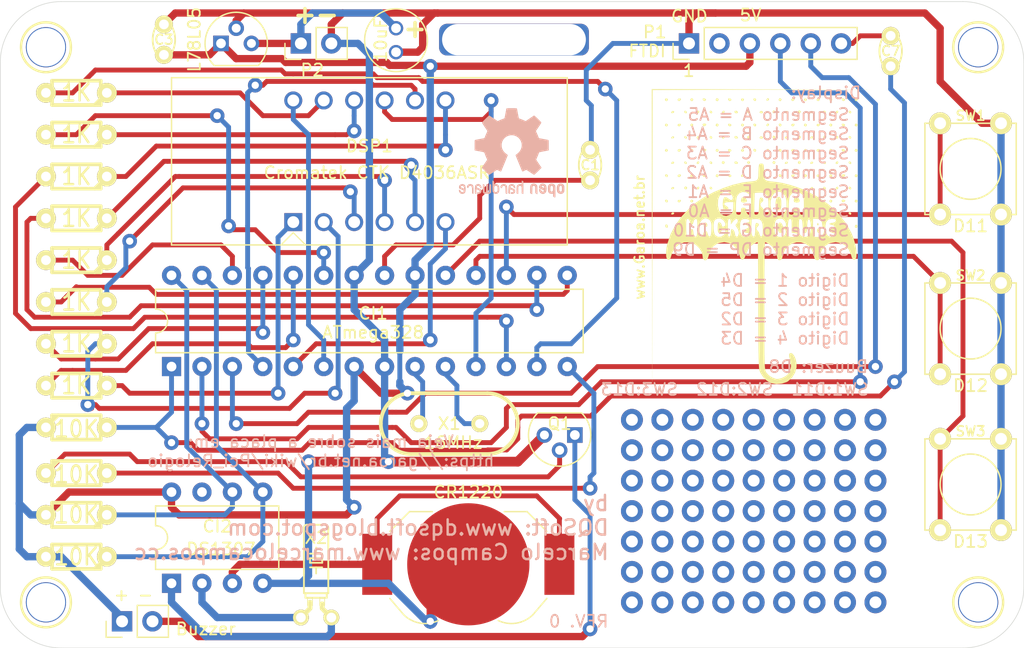
<source format=kicad_pcb>
(kicad_pcb (version 20171130) (host pcbnew "(5.1.6)-1")
  (layers (0 F.Cu signal) (31 B.Cu signal) (34 B.Paste user) (35 F.Paste user) (36 B.SilkS user) (37 F.SilkS user) (38 B.Mask user) (39 F.Mask user) (44 Edge.Cuts user))
  (net 0 "")
  (net 1 "Net-(BAT1-Pad1)")
  (net 2 GND)
  (net 3 +5V)
  (net 4 "Net-(BZ1-Pad2)")
  (net 5 "Net-(C1-Pad1)")
  (net 6 "Net-(C2-Pad1)")
  (net 7 "Net-(C7-Pad1)")
  (net 8 "Net-(C7-Pad2)")
  (net 9 DP)
  (net 10 "Net-(CI1-Pad2)")
  (net 11 G)
  (net 12 "Net-(CI1-Pad3)")
  (net 13 "Net-(CI1-Pad17)")
  (net 14 DIG3)
  (net 15 "Net-(CI1-Pad18)")
  (net 16 DIG4)
  (net 17 "Net-(CI1-Pad19)")
  (net 18 DIG1)
  (net 19 "Net-(CI1-Pad9)")
  (net 20 F)
  (net 21 "Net-(CI1-Pad10)")
  (net 22 E)
  (net 23 DIG2)
  (net 24 D)
  (net 25 B)
  (net 26 C)
  (net 27 A)
  (net 28 /i2C_SDA)
  (net 29 "Net-(CI1-Pad14)")
  (net 30 /i2C_SCL)
  (net 31 "Net-(CI2-Pad1)")
  (net 32 "Net-(CI2-Pad2)")
  (net 33 "Net-(CI2-Pad7)")
  (net 34 "Net-(DSP1-Pad1)")
  (net 35 "Net-(DSP1-Pad2)")
  (net 36 "Net-(DSP1-Pad3)")
  (net 37 "Net-(DSP1-Pad4)")
  (net 38 "Net-(DSP1-Pad5)")
  (net 39 "Net-(DSP1-Pad7)")
  (net 40 "Net-(DSP1-Pad10)")
  (net 41 "Net-(DSP1-Pad11)")
  (net 42 "Net-(P1-Pad2)")
  (net 43 "Net-(Q1-Pad2)")
  (net 44 "Net-(Z1-Pad1)")
  (net 45 "Net-(Z2-Pad1)")
  (net 46 "Net-(Z3-Pad1)")
  (net 47 "Net-(Z4-Pad1)")
  (module Lib_MAC_v5:BadgePAD (layer F.Cu) (at 138.1125 60.325)
    (fp_text reference PAD hide)
    (fp_text value P*** hide)
    (pad 1 thru_hole roundrect (at 0 0) (size 12.5 2.65) (drill oval 12 2.6) (layers *.Cu *.Mask))
  )
  (module Symbol:OSHW-Logo2_9.8x8mm_SilkScreen (layer B.Cu) (at 137.92 69.77 180)
    (fp_text reference Logo219 hide)
    (fp_text value OSHW-Logo2_9.8x8mm_SilkScreen hide)
  )
  (module Lib_MAC_v5:PAD (layer F.Cu) (at 168.275 107.315)
    (fp_text reference PAD hide)
    (fp_text value P*** hide)
    (pad 1 thru_hole circle (at 0 0) (size 1.8288 1.8288) (drill 0.9906) (layers *.Cu *.Mask))
  )
  (module Lib_MAC_v5:PAD (layer F.Cu) (at 150.495 107.315)
    (fp_text reference PAD hide)
    (fp_text value P*** hide)
    (pad 1 thru_hole circle (at 0 0) (size 1.8288 1.8288) (drill 0.9906) (layers *.Cu *.Mask))
  )
  (module Lib_MAC_v5:PAD (layer F.Cu) (at 153.035 107.315)
    (fp_text reference PAD hide)
    (fp_text value P*** hide)
    (pad 1 thru_hole circle (at 0 0) (size 1.8288 1.8288) (drill 0.9906) (layers *.Cu *.Mask))
  )
  (module Lib_MAC_v5:PAD (layer F.Cu) (at 163.195 107.315)
    (fp_text reference PAD hide)
    (fp_text value P*** hide)
    (pad 1 thru_hole circle (at 0 0) (size 1.8288 1.8288) (drill 0.9906) (layers *.Cu *.Mask))
  )
  (module Lib_MAC_v5:PAD (layer F.Cu) (at 160.655 107.315)
    (fp_text reference PAD hide)
    (fp_text value P*** hide)
    (pad 1 thru_hole circle (at 0 0) (size 1.8288 1.8288) (drill 0.9906) (layers *.Cu *.Mask))
  )
  (module Lib_MAC_v5:PAD (layer F.Cu) (at 147.955 107.315)
    (fp_text reference PAD hide)
    (fp_text value P*** hide)
    (pad 1 thru_hole circle (at 0 0) (size 1.8288 1.8288) (drill 0.9906) (layers *.Cu *.Mask))
  )
  (module Lib_MAC_v5:PAD (layer F.Cu) (at 165.735 107.315)
    (fp_text reference PAD hide)
    (fp_text value P*** hide)
    (pad 1 thru_hole circle (at 0 0) (size 1.8288 1.8288) (drill 0.9906) (layers *.Cu *.Mask))
  )
  (module Lib_MAC_v5:PAD (layer F.Cu) (at 158.115 107.315)
    (fp_text reference PAD hide)
    (fp_text value P*** hide)
    (pad 1 thru_hole circle (at 0 0) (size 1.8288 1.8288) (drill 0.9906) (layers *.Cu *.Mask))
  )
  (module Lib_MAC_v5:PAD (layer F.Cu) (at 155.575 107.315)
    (fp_text reference PAD hide)
    (fp_text value P*** hide)
    (pad 1 thru_hole circle (at 0 0) (size 1.8288 1.8288) (drill 0.9906) (layers *.Cu *.Mask))
  )
  (module Lib_MAC_v5:PAD (layer F.Cu) (at 168.275 104.775)
    (fp_text reference PAD hide)
    (fp_text value P*** hide)
    (pad 1 thru_hole circle (at 0 0) (size 1.8288 1.8288) (drill 0.9906) (layers *.Cu *.Mask))
  )
  (module Lib_MAC_v5:PAD (layer F.Cu) (at 150.495 104.775)
    (fp_text reference PAD hide)
    (fp_text value P*** hide)
    (pad 1 thru_hole circle (at 0 0) (size 1.8288 1.8288) (drill 0.9906) (layers *.Cu *.Mask))
  )
  (module Lib_MAC_v5:PAD (layer F.Cu) (at 153.035 104.775)
    (fp_text reference PAD hide)
    (fp_text value P*** hide)
    (pad 1 thru_hole circle (at 0 0) (size 1.8288 1.8288) (drill 0.9906) (layers *.Cu *.Mask))
  )
  (module Lib_MAC_v5:PAD (layer F.Cu) (at 163.195 104.775)
    (fp_text reference PAD hide)
    (fp_text value P*** hide)
    (pad 1 thru_hole circle (at 0 0) (size 1.8288 1.8288) (drill 0.9906) (layers *.Cu *.Mask))
  )
  (module Lib_MAC_v5:PAD (layer F.Cu) (at 160.655 104.775)
    (fp_text reference PAD hide)
    (fp_text value P*** hide)
    (pad 1 thru_hole circle (at 0 0) (size 1.8288 1.8288) (drill 0.9906) (layers *.Cu *.Mask))
  )
  (module Lib_MAC_v5:PAD (layer F.Cu) (at 147.955 104.775)
    (fp_text reference PAD hide)
    (fp_text value P*** hide)
    (pad 1 thru_hole circle (at 0 0) (size 1.8288 1.8288) (drill 0.9906) (layers *.Cu *.Mask))
  )
  (module Lib_MAC_v5:PAD (layer F.Cu) (at 165.735 104.775)
    (fp_text reference PAD hide)
    (fp_text value P*** hide)
    (pad 1 thru_hole circle (at 0 0) (size 1.8288 1.8288) (drill 0.9906) (layers *.Cu *.Mask))
  )
  (module Lib_MAC_v5:PAD (layer F.Cu) (at 158.115 104.775)
    (fp_text reference PAD hide)
    (fp_text value P*** hide)
    (pad 1 thru_hole circle (at 0 0) (size 1.8288 1.8288) (drill 0.9906) (layers *.Cu *.Mask))
  )
  (module Lib_MAC_v5:PAD (layer F.Cu) (at 155.575 104.775)
    (fp_text reference PAD hide)
    (fp_text value P*** hide)
    (pad 1 thru_hole circle (at 0 0) (size 1.8288 1.8288) (drill 0.9906) (layers *.Cu *.Mask))
  )
  (module Lib_MAC_v5:PAD (layer F.Cu) (at 168.275 102.235)
    (fp_text reference PAD hide)
    (fp_text value P*** hide)
    (pad 1 thru_hole circle (at 0 0) (size 1.8288 1.8288) (drill 0.9906) (layers *.Cu *.Mask))
  )
  (module Lib_MAC_v5:PAD (layer F.Cu) (at 150.495 102.235)
    (fp_text reference PAD hide)
    (fp_text value P*** hide)
    (pad 1 thru_hole circle (at 0 0) (size 1.8288 1.8288) (drill 0.9906) (layers *.Cu *.Mask))
  )
  (module Lib_MAC_v5:PAD (layer F.Cu) (at 153.035 102.235)
    (fp_text reference PAD hide)
    (fp_text value P*** hide)
    (pad 1 thru_hole circle (at 0 0) (size 1.8288 1.8288) (drill 0.9906) (layers *.Cu *.Mask))
  )
  (module Lib_MAC_v5:PAD (layer F.Cu) (at 163.195 102.235)
    (fp_text reference PAD hide)
    (fp_text value P*** hide)
    (pad 1 thru_hole circle (at 0 0) (size 1.8288 1.8288) (drill 0.9906) (layers *.Cu *.Mask))
  )
  (module Lib_MAC_v5:PAD (layer F.Cu) (at 160.655 102.235)
    (fp_text reference PAD hide)
    (fp_text value P*** hide)
    (pad 1 thru_hole circle (at 0 0) (size 1.8288 1.8288) (drill 0.9906) (layers *.Cu *.Mask))
  )
  (module Lib_MAC_v5:PAD (layer F.Cu) (at 147.955 102.235)
    (fp_text reference PAD hide)
    (fp_text value P*** hide)
    (pad 1 thru_hole circle (at 0 0) (size 1.8288 1.8288) (drill 0.9906) (layers *.Cu *.Mask))
  )
  (module Lib_MAC_v5:PAD (layer F.Cu) (at 165.735 102.235)
    (fp_text reference PAD hide)
    (fp_text value P*** hide)
    (pad 1 thru_hole circle (at 0 0) (size 1.8288 1.8288) (drill 0.9906) (layers *.Cu *.Mask))
  )
  (module Lib_MAC_v5:PAD (layer F.Cu) (at 158.115 102.235)
    (fp_text reference PAD hide)
    (fp_text value P*** hide)
    (pad 1 thru_hole circle (at 0 0) (size 1.8288 1.8288) (drill 0.9906) (layers *.Cu *.Mask))
  )
  (module Lib_MAC_v5:PAD (layer F.Cu) (at 155.575 102.235)
    (fp_text reference PAD hide)
    (fp_text value P*** hide)
    (pad 1 thru_hole circle (at 0 0) (size 1.8288 1.8288) (drill 0.9906) (layers *.Cu *.Mask))
  )
  (module Lib_MAC_v5:PAD (layer F.Cu) (at 168.275 99.695)
    (fp_text reference PAD hide)
    (fp_text value P*** hide)
    (pad 1 thru_hole circle (at 0 0) (size 1.8288 1.8288) (drill 0.9906) (layers *.Cu *.Mask))
  )
  (module Lib_MAC_v5:PAD (layer F.Cu) (at 150.495 99.695)
    (fp_text reference PAD hide)
    (fp_text value P*** hide)
    (pad 1 thru_hole circle (at 0 0) (size 1.8288 1.8288) (drill 0.9906) (layers *.Cu *.Mask))
  )
  (module Lib_MAC_v5:PAD (layer F.Cu) (at 153.035 99.695)
    (fp_text reference PAD hide)
    (fp_text value P*** hide)
    (pad 1 thru_hole circle (at 0 0) (size 1.8288 1.8288) (drill 0.9906) (layers *.Cu *.Mask))
  )
  (module Lib_MAC_v5:PAD (layer F.Cu) (at 163.195 99.695)
    (fp_text reference PAD hide)
    (fp_text value P*** hide)
    (pad 1 thru_hole circle (at 0 0) (size 1.8288 1.8288) (drill 0.9906) (layers *.Cu *.Mask))
  )
  (module Lib_MAC_v5:PAD (layer F.Cu) (at 160.655 99.695)
    (fp_text reference PAD hide)
    (fp_text value P*** hide)
    (pad 1 thru_hole circle (at 0 0) (size 1.8288 1.8288) (drill 0.9906) (layers *.Cu *.Mask))
  )
  (module Lib_MAC_v5:PAD (layer F.Cu) (at 147.955 99.695)
    (fp_text reference PAD hide)
    (fp_text value P*** hide)
    (pad 1 thru_hole circle (at 0 0) (size 1.8288 1.8288) (drill 0.9906) (layers *.Cu *.Mask))
  )
  (module Lib_MAC_v5:PAD (layer F.Cu) (at 165.735 99.695)
    (fp_text reference PAD hide)
    (fp_text value P*** hide)
    (pad 1 thru_hole circle (at 0 0) (size 1.8288 1.8288) (drill 0.9906) (layers *.Cu *.Mask))
  )
  (module Lib_MAC_v5:PAD (layer F.Cu) (at 158.115 99.695)
    (fp_text reference PAD hide)
    (fp_text value P*** hide)
    (pad 1 thru_hole circle (at 0 0) (size 1.8288 1.8288) (drill 0.9906) (layers *.Cu *.Mask))
  )
  (module Lib_MAC_v5:PAD (layer F.Cu) (at 155.575 99.695)
    (fp_text reference PAD hide)
    (fp_text value P*** hide)
    (pad 1 thru_hole circle (at 0 0) (size 1.8288 1.8288) (drill 0.9906) (layers *.Cu *.Mask))
  )
  (module Lib_MAC_v5:PAD (layer F.Cu) (at 168.275 97.155)
    (fp_text reference PAD hide)
    (fp_text value P*** hide)
    (pad 1 thru_hole circle (at 0 0) (size 1.8288 1.8288) (drill 0.9906) (layers *.Cu *.Mask))
  )
  (module Lib_MAC_v5:PAD (layer F.Cu) (at 150.495 97.155)
    (fp_text reference PAD hide)
    (fp_text value P*** hide)
    (pad 1 thru_hole circle (at 0 0) (size 1.8288 1.8288) (drill 0.9906) (layers *.Cu *.Mask))
  )
  (module Lib_MAC_v5:PAD (layer F.Cu) (at 153.035 97.155)
    (fp_text reference PAD hide)
    (fp_text value P*** hide)
    (pad 1 thru_hole circle (at 0 0) (size 1.8288 1.8288) (drill 0.9906) (layers *.Cu *.Mask))
  )
  (module Lib_MAC_v5:PAD (layer F.Cu) (at 163.195 97.155)
    (fp_text reference PAD hide)
    (fp_text value P*** hide)
    (pad 1 thru_hole circle (at 0 0) (size 1.8288 1.8288) (drill 0.9906) (layers *.Cu *.Mask))
  )
  (module Lib_MAC_v5:PAD (layer F.Cu) (at 160.655 97.155)
    (fp_text reference PAD hide)
    (fp_text value P*** hide)
    (pad 1 thru_hole circle (at 0 0) (size 1.8288 1.8288) (drill 0.9906) (layers *.Cu *.Mask))
  )
  (module Lib_MAC_v5:PAD (layer F.Cu) (at 147.955 97.155)
    (fp_text reference PAD hide)
    (fp_text value P*** hide)
    (pad 1 thru_hole circle (at 0 0) (size 1.8288 1.8288) (drill 0.9906) (layers *.Cu *.Mask))
  )
  (module Lib_MAC_v5:PAD (layer F.Cu) (at 165.735 97.155)
    (fp_text reference PAD hide)
    (fp_text value P*** hide)
    (pad 1 thru_hole circle (at 0 0) (size 1.8288 1.8288) (drill 0.9906) (layers *.Cu *.Mask))
  )
  (module Lib_MAC_v5:PAD (layer F.Cu) (at 158.115 97.155)
    (fp_text reference PAD hide)
    (fp_text value P*** hide)
    (pad 1 thru_hole circle (at 0 0) (size 1.8288 1.8288) (drill 0.9906) (layers *.Cu *.Mask))
  )
  (module Lib_MAC_v5:PAD (layer F.Cu) (at 155.575 97.155)
    (fp_text reference PAD hide)
    (fp_text value P*** hide)
    (pad 1 thru_hole circle (at 0 0) (size 1.8288 1.8288) (drill 0.9906) (layers *.Cu *.Mask))
  )
  (module Lib_MAC_v5:PAD (layer F.Cu) (at 168.275 94.615)
    (fp_text reference PAD hide)
    (fp_text value P*** hide)
    (pad 1 thru_hole circle (at 0 0) (size 1.8288 1.8288) (drill 0.9906) (layers *.Cu *.Mask))
  )
  (module Lib_MAC_v5:PAD (layer F.Cu) (at 150.495 94.615)
    (fp_text reference PAD hide)
    (fp_text value P*** hide)
    (pad 1 thru_hole circle (at 0 0) (size 1.8288 1.8288) (drill 0.9906) (layers *.Cu *.Mask))
  )
  (module Lib_MAC_v5:PAD (layer F.Cu) (at 153.035 94.615)
    (fp_text reference PAD hide)
    (fp_text value P*** hide)
    (pad 1 thru_hole circle (at 0 0) (size 1.8288 1.8288) (drill 0.9906) (layers *.Cu *.Mask))
  )
  (module Lib_MAC_v5:PAD (layer F.Cu) (at 155.575 94.615)
    (fp_text reference PAD hide)
    (fp_text value P*** hide)
    (pad 1 thru_hole circle (at 0 0) (size 1.8288 1.8288) (drill 0.9906) (layers *.Cu *.Mask))
  )
  (module Lib_MAC_v5:PAD (layer F.Cu) (at 158.115 94.615)
    (fp_text reference PAD hide)
    (fp_text value P*** hide)
    (pad 1 thru_hole circle (at 0 0) (size 1.8288 1.8288) (drill 0.9906) (layers *.Cu *.Mask))
  )
  (module Lib_MAC_v5:PAD (layer F.Cu) (at 165.735 94.615)
    (fp_text reference PAD hide)
    (fp_text value P*** hide)
    (pad 1 thru_hole circle (at 0 0) (size 1.8288 1.8288) (drill 0.9906) (layers *.Cu *.Mask))
  )
  (module Lib_MAC_v5:PAD (layer F.Cu) (at 147.955 94.615)
    (fp_text reference PAD hide)
    (fp_text value P*** hide)
    (pad 1 thru_hole circle (at 0 0) (size 1.8288 1.8288) (drill 0.9906) (layers *.Cu *.Mask))
  )
  (module Lib_MAC_v5:PAD (layer F.Cu) (at 160.655 94.615)
    (fp_text reference PAD hide)
    (fp_text value P*** hide)
    (pad 1 thru_hole circle (at 0 0) (size 1.8288 1.8288) (drill 0.9906) (layers *.Cu *.Mask))
  )
  (module Lib_MAC_v5:PAD (layer F.Cu) (at 163.195 94.615)
    (fp_text reference PAD hide)
    (fp_text value P*** hide)
    (pad 1 thru_hole circle (at 0 0) (size 1.8288 1.8288) (drill 0.9906) (layers *.Cu *.Mask))
  )
  (module Lib_MAC_v5:PAD (layer F.Cu) (at 168.275 92.075)
    (fp_text reference PAD hide)
    (fp_text value P*** hide)
    (pad 1 thru_hole circle (at 0 0) (size 1.8288 1.8288) (drill 0.9906) (layers *.Cu *.Mask))
  )
  (module Lib_MAC_v5:PAD (layer F.Cu) (at 165.735 92.075)
    (fp_text reference PAD hide)
    (fp_text value P*** hide)
    (pad 1 thru_hole circle (at 0 0) (size 1.8288 1.8288) (drill 0.9906) (layers *.Cu *.Mask))
  )
  (module Lib_MAC_v5:PAD (layer F.Cu) (at 163.195 92.075)
    (fp_text reference PAD hide)
    (fp_text value P*** hide)
    (pad 1 thru_hole circle (at 0 0) (size 1.8288 1.8288) (drill 0.9906) (layers *.Cu *.Mask))
  )
  (module Lib_MAC_v5:PAD (layer F.Cu) (at 160.655 92.075)
    (fp_text reference PAD hide)
    (fp_text value P*** hide)
    (pad 1 thru_hole circle (at 0 0) (size 1.8288 1.8288) (drill 0.9906) (layers *.Cu *.Mask))
  )
  (module Lib_MAC_v5:PAD (layer F.Cu) (at 158.115 92.075)
    (fp_text reference PAD hide)
    (fp_text value P*** hide)
    (pad 1 thru_hole circle (at 0 0) (size 1.8288 1.8288) (drill 0.9906) (layers *.Cu *.Mask))
  )
  (module Lib_MAC_v5:PAD (layer F.Cu) (at 155.575 92.075)
    (fp_text reference PAD hide)
    (fp_text value P*** hide)
    (pad 1 thru_hole circle (at 0 0) (size 1.8288 1.8288) (drill 0.9906) (layers *.Cu *.Mask))
  )
  (module Lib_MAC_v5:PAD (layer F.Cu) (at 153.035 92.075)
    (fp_text reference PAD hide)
    (fp_text value P*** hide)
    (pad 1 thru_hole circle (at 0 0) (size 1.8288 1.8288) (drill 0.9906) (layers *.Cu *.Mask))
  )
  (module Lib_MAC_v5:PAD (layer F.Cu) (at 150.495 92.075)
    (fp_text reference PAD hide)
    (fp_text value P*** hide)
    (pad 1 thru_hole circle (at 0 0) (size 1.8288 1.8288) (drill 0.9906) (layers *.Cu *.Mask))
  )
  (module Lib_MAC_v5:PAD (layer F.Cu) (at 147.955 92.075)
    (fp_text reference PAD hide)
    (fp_text value P*** hide)
    (pad 1 thru_hole circle (at 0 0) (size 1.8288 1.8288) (drill 0.9906) (layers *.Cu *.Mask))
  )
  (module Lib_MAC_v5:Display_7Segmentos_Cromatek_CTK_D4036ASR (layer F.Cu) (at 126.0475 70.485)
    (fp_text reference DSP1 (at 0 -1.27) (layer F.SilkS))
    (fp_text value "Cromatek CTK D4036ASR" (at 0.635 0.9525) (layer F.SilkS))
    (pad 1 thru_hole rect (at -6.35 5.08 90) (size 1.5 1.5) (drill 0.9906) (layers *.Cu *.Mask) (net 34 "Net-(DSP1-Pad1)"))
    (pad 2 thru_hole circle (at -3.81 5.08 90) (size 1.5 1.5) (drill 0.9906) (layers *.Cu *.Mask) (net 35 "Net-(DSP1-Pad2)"))
    (pad 3 thru_hole circle (at -1.27 5.08 90) (size 1.5 1.5) (drill 0.9906) (layers *.Cu *.Mask) (net 36 "Net-(DSP1-Pad3)"))
    (pad 4 thru_hole circle (at 1.27 5.08 90) (size 1.5 1.5) (drill 0.9906) (layers *.Cu *.Mask) (net 37 "Net-(DSP1-Pad4)"))
    (pad 5 thru_hole circle (at 3.81 5.08 90) (size 1.5 1.5) (drill 0.9906) (layers *.Cu *.Mask) (net 38 "Net-(DSP1-Pad5)"))
    (pad 6 thru_hole circle (at 6.35 5.08 90) (size 1.5 1.5) (drill 0.9906) (layers *.Cu *.Mask) (net 16 DIG4))
    (pad 7 thru_hole circle (at 6.35 -5.08 90) (size 1.5 1.5) (drill 0.9906) (layers *.Cu *.Mask) (net 39 "Net-(DSP1-Pad7)"))
    (pad 8 thru_hole circle (at 3.81 -5.08 90) (size 1.5 1.5) (drill 0.9906) (layers *.Cu *.Mask) (net 14 DIG3))
    (pad 9 thru_hole circle (at 1.27 -5.08 90) (size 1.5 1.5) (drill 0.9906) (layers *.Cu *.Mask) (net 23 DIG2))
    (pad 10 thru_hole circle (at -1.27 -5.08 90) (size 1.5 1.5) (drill 0.9906) (layers *.Cu *.Mask) (net 40 "Net-(DSP1-Pad10)"))
    (pad 11 thru_hole circle (at -3.81 -5.08 90) (size 1.5 1.5) (drill 0.9906) (layers *.Cu *.Mask) (net 41 "Net-(DSP1-Pad11)"))
    (pad 12 thru_hole circle (at -6.35 -5.08 90) (size 1.5 1.5) (drill 0.9906) (layers *.Cu *.Mask) (net 18 DIG1))
  )
  (module Package_TO_SOT_THT:TO-92 (layer F.Cu) (at 143.1925 93.345 180)
    (fp_text reference Q1 (at 1.27 0.9525) (layer F.SilkS))
    (fp_text value BC337)
    (pad 1 thru_hole rect (at 0 0 270) (size 1.3 1.3) (drill 0.8128) (layers *.Cu *.Mask) (net 4 "Net-(BZ1-Pad2)"))
    (pad 3 thru_hole circle (at 2.54 0 270) (size 1.3 1.3) (drill 0.75) (layers *.Cu *.Mask) (net 2 GND))
    (pad 2 thru_hole circle (at 1.27 -1.27 270) (size 1.3 1.3) (drill 0.75) (layers *.Cu *.Mask) (net 43 "Net-(Q1-Pad2)"))
  )
  (module Lib_MAC_v5:SW_PUSH_SMALL (layer F.Cu) (at 176.2125 71.12 90)
    (fp_text reference SW1 (at 4.445 0 180) (layer F.SilkS) (effects (font (size 0.8128 0.8128) (thickness 0.14986))))
    (fp_text value SW_Push hide)
    (pad 1 thru_hole circle (at 3.81 -2.54 90) (size 1.8288 1.8288) (drill 0.9906) (layers *.Cu *.Mask F.SilkS) (net 13 "Net-(CI1-Pad17)"))
    (pad 2 thru_hole circle (at 3.81 2.54 90) (size 1.8288 1.8288) (drill 0.9906) (layers *.Cu *.Mask F.SilkS) (net 2 GND))
    (pad 1 thru_hole circle (at -3.81 -2.54 90) (size 1.8288 1.8288) (drill 0.9906) (layers *.Cu *.Mask F.SilkS) (net 13 "Net-(CI1-Pad17)"))
    (pad 2 thru_hole circle (at -3.81 2.54 90) (size 1.8288 1.8288) (drill 0.9906) (layers *.Cu *.Mask F.SilkS) (net 2 GND))
  )
  (module Lib_MAC_v5:HC-49V (layer F.Cu) (at 132.715 92.3925)
    (fp_text reference X1 (at 0 0) (layer F.SilkS) (effects (font (thickness 0.14986))))
    (fp_text value 16MHz (at 0.3175 1.5875 180) (layer F.SilkS))
    (pad 1 thru_hole circle (at -2.54 0) (size 1.4224 1.4224) (drill 0.762) (layers *.Cu *.Mask F.SilkS) (net 19 "Net-(CI1-Pad9)"))
    (pad 2 thru_hole circle (at 2.54 0) (size 1.4224 1.4224) (drill 0.762) (layers *.Cu *.Mask F.SilkS) (net 21 "Net-(CI1-Pad10)"))
  )
  (module Lib_MAC_v5:Logo_GAROA (layer F.Cu) (at 158.75 77.1525)
    (fp_text reference G*** hide)
    (fp_text value LOGO hide)
  )
  (module Connector_PinHeader_2.54mm:PinHeader_1x02_P2.54mm_Vertical (layer F.Cu) (at 105.41 108.9025 90)
    (fp_text reference BZ1 hide)
    (fp_text value Buzzer (at -0.635 6.985) (layer F.SilkS))
    (pad 1 thru_hole rect (at 0 0 90) (size 1.7 1.7) (drill 1) (layers *.Cu *.Mask) (net 3 +5V))
    (pad 2 thru_hole oval (at 0 2.54 90) (size 1.7 1.7) (drill 1) (layers *.Cu *.Mask) (net 4 "Net-(BZ1-Pad2)"))
  )
  (module Lib_MAC_v5:CD_Mini (layer F.Cu) (at 144.4625 70.8025 90)
    (fp_text reference C1 (at 0 0 180) (layer F.SilkS) (effects (font (size 0.8128 0.8128))))
    (fp_text value 100nF hide)
    (pad 1 thru_hole circle (at -1.27 0 90) (size 1.5 1.5) (drill 0.8128) (layers *.Cu *.Mask F.SilkS) (net 5 "Net-(C1-Pad1)"))
    (pad 2 thru_hole circle (at 1.27 0 90) (size 1.5 1.5) (drill 0.8128) (layers *.Cu *.Mask F.SilkS) (net 2 GND))
  )
  (module Capacitor_THT:C_Radial_D5.0mm_H5.0mm_P2.00mm (layer F.Cu) (at 128.27 59.3725 270)
    (fp_text reference C2 hide)
    (fp_text value 10uF (at 1 1.27 90) (layer F.SilkS))
    (pad 1 thru_hole circle (at 0 0 270) (size 1.2 1.2) (drill 0.8128) (layers *.Cu *.Mask) (net 6 "Net-(C2-Pad1)"))
    (pad 2 thru_hole circle (at 2 0 270) (size 1.2 1.2) (drill 0.8128) (layers *.Cu *.Mask) (net 2 GND))
  )
  (module Lib_MAC_v5:CD_Mini (layer F.Cu) (at 108.9025 60.325 90)
    (fp_text reference C3 (at 0 0 180) (layer F.SilkS) (effects (font (size 0.8128 0.8128))))
    (fp_text value 100nF hide)
    (pad 2 thru_hole circle (at 1.27 0 90) (size 1.5 1.5) (drill 0.8128) (layers *.Cu *.Mask F.SilkS) (net 2 GND))
    (pad 1 thru_hole circle (at -1.27 0 90) (size 1.5 1.5) (drill 0.8128) (layers *.Cu *.Mask F.SilkS) (net 3 +5V))
  )
  (module Lib_MAC_v5:CD_Mini (layer F.Cu) (at 169.545 61.2775 270)
    (fp_text reference C7 (at 0 0 180) (layer F.SilkS) (effects (font (size 0.8128 0.8128))))
    (fp_text value 100nF hide)
    (pad 1 thru_hole circle (at -1.27 0 270) (size 1.5 1.5) (drill 0.8128) (layers *.Cu *.Mask F.SilkS) (net 7 "Net-(C7-Pad1)"))
    (pad 2 thru_hole circle (at 1.27 0 270) (size 1.5 1.5) (drill 0.8128) (layers *.Cu *.Mask F.SilkS) (net 8 "Net-(C7-Pad2)"))
  )
  (module Package_DIP:DIP-28_W7.62mm (layer F.Cu) (at 109.5375 87.63 90)
    (fp_text reference CI1 (at 4.445 16.8275 180) (layer F.SilkS))
    (fp_text value ATmega328 (at 2.8575 16.8275 180) (layer F.SilkS))
    (pad 1 thru_hole rect (at 0 0 90) (size 1.6 1.6) (drill 0.8128) (layers *.Cu *.Mask) (net 8 "Net-(C7-Pad2)"))
    (pad 15 thru_hole oval (at 7.62 33.02 90) (size 1.6 1.6) (drill 0.8128) (layers *.Cu *.Mask) (net 9 DP))
    (pad 2 thru_hole oval (at 0 2.54 90) (size 1.6 1.6) (drill 0.8128) (layers *.Cu *.Mask) (net 10 "Net-(CI1-Pad2)"))
    (pad 16 thru_hole oval (at 7.62 30.48 90) (size 1.6 1.6) (drill 0.8128) (layers *.Cu *.Mask) (net 11 G))
    (pad 3 thru_hole oval (at 0 5.08 90) (size 1.6 1.6) (drill 0.8128) (layers *.Cu *.Mask) (net 12 "Net-(CI1-Pad3)"))
    (pad 17 thru_hole oval (at 7.62 27.94 90) (size 1.6 1.6) (drill 0.8128) (layers *.Cu *.Mask) (net 13 "Net-(CI1-Pad17)"))
    (pad 4 thru_hole oval (at 0 7.62 90) (size 1.6 1.6) (drill 0.8128) (layers *.Cu *.Mask) (net 14 DIG3))
    (pad 18 thru_hole oval (at 7.62 25.4 90) (size 1.6 1.6) (drill 0.8128) (layers *.Cu *.Mask) (net 15 "Net-(CI1-Pad18)"))
    (pad 5 thru_hole oval (at 0 10.16 90) (size 1.6 1.6) (drill 0.8128) (layers *.Cu *.Mask) (net 16 DIG4))
    (pad 19 thru_hole oval (at 7.62 22.86 90) (size 1.6 1.6) (drill 0.8128) (layers *.Cu *.Mask) (net 17 "Net-(CI1-Pad19)"))
    (pad 6 thru_hole oval (at 0 12.7 90) (size 1.6 1.6) (drill 0.8128) (layers *.Cu *.Mask) (net 18 DIG1))
    (pad 20 thru_hole oval (at 7.62 20.32 90) (size 1.6 1.6) (drill 0.8128) (layers *.Cu *.Mask) (net 3 +5V))
    (pad 7 thru_hole oval (at 0 15.24 90) (size 1.6 1.6) (drill 0.8128) (layers *.Cu *.Mask) (net 3 +5V))
    (pad 21 thru_hole oval (at 7.62 17.78 90) (size 1.6 1.6) (drill 0.8128) (layers *.Cu *.Mask) (net 5 "Net-(C1-Pad1)"))
    (pad 8 thru_hole oval (at 0 17.78 90) (size 1.6 1.6) (drill 0.8128) (layers *.Cu *.Mask) (net 2 GND))
    (pad 22 thru_hole oval (at 7.62 15.24 90) (size 1.6 1.6) (drill 0.8128) (layers *.Cu *.Mask) (net 2 GND))
    (pad 9 thru_hole oval (at 0 20.32 90) (size 1.6 1.6) (drill 0.8128) (layers *.Cu *.Mask) (net 19 "Net-(CI1-Pad9)"))
    (pad 23 thru_hole oval (at 7.62 12.7 90) (size 1.6 1.6) (drill 0.8128) (layers *.Cu *.Mask) (net 20 F))
    (pad 10 thru_hole oval (at 0 22.86 90) (size 1.6 1.6) (drill 0.8128) (layers *.Cu *.Mask) (net 21 "Net-(CI1-Pad10)"))
    (pad 24 thru_hole oval (at 7.62 10.16 90) (size 1.6 1.6) (drill 0.8128) (layers *.Cu *.Mask) (net 22 E))
    (pad 11 thru_hole oval (at 0 25.4 90) (size 1.6 1.6) (drill 0.8128) (layers *.Cu *.Mask) (net 23 DIG2))
    (pad 25 thru_hole oval (at 7.62 7.62 90) (size 1.6 1.6) (drill 0.8128) (layers *.Cu *.Mask) (net 24 D))
    (pad 12 thru_hole oval (at 0 27.94 90) (size 1.6 1.6) (drill 0.8128) (layers *.Cu *.Mask) (net 25 B))
    (pad 26 thru_hole oval (at 7.62 5.08 90) (size 1.6 1.6) (drill 0.8128) (layers *.Cu *.Mask) (net 26 C))
    (pad 13 thru_hole oval (at 0 30.48 90) (size 1.6 1.6) (drill 0.8128) (layers *.Cu *.Mask) (net 27 A))
    (pad 27 thru_hole oval (at 7.62 2.54 90) (size 1.6 1.6) (drill 0.8128) (layers *.Cu *.Mask) (net 28 /i2C_SDA))
    (pad 14 thru_hole oval (at 0 33.02 90) (size 1.6 1.6) (drill 0.8128) (layers *.Cu *.Mask) (net 29 "Net-(CI1-Pad14)"))
    (pad 28 thru_hole oval (at 7.62 0 90) (size 1.6 1.6) (drill 0.8128) (layers *.Cu *.Mask) (net 30 /i2C_SCL))
  )
  (module Package_DIP:DIP-8_W7.62mm (layer F.Cu) (at 109.5375 105.7275 90)
    (fp_text reference CI2 (at 4.7625 3.81 180) (layer F.SilkS))
    (fp_text value DS1307 (at 2.8575 4.1275) (layer F.SilkS))
    (pad 1 thru_hole rect (at 0 0 90) (size 1.6 1.6) (drill 0.8128) (layers *.Cu *.Mask) (net 31 "Net-(CI2-Pad1)"))
    (pad 5 thru_hole oval (at 7.62 7.62 90) (size 1.6 1.6) (drill 0.8128) (layers *.Cu *.Mask) (net 28 /i2C_SDA))
    (pad 2 thru_hole oval (at 0 2.54 90) (size 1.6 1.6) (drill 0.8128) (layers *.Cu *.Mask) (net 32 "Net-(CI2-Pad2)"))
    (pad 6 thru_hole oval (at 7.62 5.08 90) (size 1.6 1.6) (drill 0.8128) (layers *.Cu *.Mask) (net 30 /i2C_SCL))
    (pad 3 thru_hole oval (at 0 5.08 90) (size 1.6 1.6) (drill 0.8128) (layers *.Cu *.Mask) (net 1 "Net-(BAT1-Pad1)"))
    (pad 7 thru_hole oval (at 7.62 2.54 90) (size 1.6 1.6) (drill 0.8128) (layers *.Cu *.Mask) (net 33 "Net-(CI2-Pad7)"))
    (pad 4 thru_hole oval (at 0 7.62 90) (size 1.6 1.6) (drill 0.8128) (layers *.Cu *.Mask) (net 2 GND))
    (pad 8 thru_hole oval (at 7.62 0 90) (size 1.6 1.6) (drill 0.8128) (layers *.Cu *.Mask) (net 3 +5V))
  )
  (module Connector_PinHeader_2.54mm:PinHeader_1x06_P2.54mm_Vertical (layer F.Cu) (at 152.7175 60.6425 90)
    (fp_text reference P1 (at 0.9525 -2.8575 180) (layer F.SilkS))
    (fp_text value PROG)
    (pad 1 thru_hole rect (at 0 0 90) (size 1.7 1.7) (drill 1) (layers *.Cu *.Mask) (net 2 GND))
    (pad 2 thru_hole oval (at 0 2.54 90) (size 1.7 1.7) (drill 1) (layers *.Cu *.Mask) (net 42 "Net-(P1-Pad2)"))
    (pad 3 thru_hole oval (at 0 5.08 90) (size 1.7 1.7) (drill 1) (layers *.Cu *.Mask) (net 3 +5V))
    (pad 4 thru_hole oval (at 0 7.62 90) (size 1.7 1.7) (drill 1) (layers *.Cu *.Mask) (net 10 "Net-(CI1-Pad2)"))
    (pad 5 thru_hole oval (at 0 10.16 90) (size 1.7 1.7) (drill 1) (layers *.Cu *.Mask) (net 12 "Net-(CI1-Pad3)"))
    (pad 6 thru_hole oval (at 0 12.7 90) (size 1.7 1.7) (drill 1) (layers *.Cu *.Mask) (net 7 "Net-(C7-Pad1)"))
  )
  (module Connector_PinHeader_2.54mm:PinHeader_1x02_P2.54mm_Vertical (layer F.Cu) (at 120.3325 60.6425 90)
    (fp_text reference P2 (at -2.2225 0.9525 180) (layer F.SilkS))
    (fp_text value ALIMENT)
    (pad 2 thru_hole oval (at 0 2.54 90) (size 1.7 1.7) (drill 1) (layers *.Cu *.Mask) (net 2 GND))
    (pad 1 thru_hole rect (at 0 0 90) (size 1.7 1.7) (drill 1) (layers *.Cu *.Mask) (net 6 "Net-(C2-Pad1)"))
  )
  (module Lib_MAC_v5:RESCR12 (layer F.Cu) (at 102.87 96.52)
    (fp_text reference R3 hide)
    (fp_text value 10K (at -1.27 0.127) (layer F.SilkS) (effects (font (size 1.397 1.27) (thickness 0.2032))))
    (pad 2 thru_hole circle (at 1.27 0) (size 1.651 1.651) (drill 0.8128) (layers *.Cu *.Mask F.SilkS) (net 29 "Net-(CI1-Pad14)"))
    (pad 1 thru_hole circle (at -3.81 0) (size 1.651 1.651) (drill 0.8128) (layers *.Cu *.Mask F.SilkS) (net 43 "Net-(Q1-Pad2)"))
  )
  (module Lib_MAC_v5:RESCR12 (layer F.Cu) (at 100.33 71.755 180)
    (fp_text reference R7 hide)
    (fp_text value 1K (at -1.27 0) (layer F.SilkS) (effects (font (size 1.397 1.27) (thickness 0.2032))))
    (pad 2 thru_hole circle (at 1.27 0 180) (size 1.651 1.651) (drill 0.8128) (layers *.Cu *.Mask F.SilkS) (net 25 B))
    (pad 1 thru_hole circle (at -3.81 0 180) (size 1.651 1.651) (drill 0.8128) (layers *.Cu *.Mask F.SilkS) (net 39 "Net-(DSP1-Pad7)"))
  )
  (module Lib_MAC_v5:RESCR12 (layer F.Cu) (at 100.33 85.725 180)
    (fp_text reference R8 hide)
    (fp_text value 1K (at -1.27 0) (layer F.SilkS) (effects (font (size 1.397 1.27) (thickness 0.2032))))
    (pad 2 thru_hole circle (at 1.27 0 180) (size 1.651 1.651) (drill 0.8128) (layers *.Cu *.Mask F.SilkS) (net 24 D))
    (pad 1 thru_hole circle (at -3.81 0 180) (size 1.651 1.651) (drill 0.8128) (layers *.Cu *.Mask F.SilkS) (net 35 "Net-(DSP1-Pad2)"))
  )
  (module Lib_MAC_v5:RESCR12 (layer F.Cu) (at 100.33 68.2625 180)
    (fp_text reference R9 hide)
    (fp_text value 1K (at -1.27 0) (layer F.SilkS) (effects (font (size 1.397 1.27) (thickness 0.2032))))
    (pad 2 thru_hole circle (at 1.27 0 180) (size 1.651 1.651) (drill 0.8128) (layers *.Cu *.Mask F.SilkS) (net 20 F))
    (pad 1 thru_hole circle (at -3.81 0 180) (size 1.651 1.651) (drill 0.8128) (layers *.Cu *.Mask F.SilkS) (net 40 "Net-(DSP1-Pad10)"))
  )
  (module Lib_MAC_v5:RESCR12 (layer F.Cu) (at 100.33 82.2325 180)
    (fp_text reference R10 hide)
    (fp_text value 1K (at -1.27 0) (layer F.SilkS) (effects (font (size 1.397 1.27) (thickness 0.2032))))
    (pad 2 thru_hole circle (at 1.27 0 180) (size 1.651 1.651) (drill 0.8128) (layers *.Cu *.Mask F.SilkS) (net 9 DP))
    (pad 1 thru_hole circle (at -3.81 0 180) (size 1.651 1.651) (drill 0.8128) (layers *.Cu *.Mask F.SilkS) (net 36 "Net-(DSP1-Pad3)"))
  )
  (module Lib_MAC_v5:RESCR12 (layer F.Cu) (at 100.33 64.77 180)
    (fp_text reference R11 hide)
    (fp_text value 1K (at -1.27 0) (layer F.SilkS) (effects (font (size 1.397 1.27) (thickness 0.2032))))
    (pad 1 thru_hole circle (at -3.81 0 180) (size 1.651 1.651) (drill 0.8128) (layers *.Cu *.Mask F.SilkS) (net 41 "Net-(DSP1-Pad11)"))
    (pad 2 thru_hole circle (at 1.27 0 180) (size 1.651 1.651) (drill 0.8128) (layers *.Cu *.Mask F.SilkS) (net 27 A))
  )
  (module Lib_MAC_v5:RESCR12 (layer F.Cu) (at 100.33 78.74 180)
    (fp_text reference R12 hide)
    (fp_text value 1K (at -1.27 0) (layer F.SilkS) (effects (font (size 1.397 1.27) (thickness 0.2032))))
    (pad 1 thru_hole circle (at -3.81 0 180) (size 1.651 1.651) (drill 0.8128) (layers *.Cu *.Mask F.SilkS) (net 37 "Net-(DSP1-Pad4)"))
    (pad 2 thru_hole circle (at 1.27 0 180) (size 1.651 1.651) (drill 0.8128) (layers *.Cu *.Mask F.SilkS) (net 26 C))
  )
  (module Lib_MAC_v5:RESCR12 (layer F.Cu) (at 100.33 89.2175 180)
    (fp_text reference R13 hide)
    (fp_text value 1K (at -1.27 0) (layer F.SilkS) (effects (font (size 1.397 1.27) (thickness 0.2032))))
    (pad 1 thru_hole circle (at -3.81 0 180) (size 1.651 1.651) (drill 0.8128) (layers *.Cu *.Mask F.SilkS) (net 34 "Net-(DSP1-Pad1)"))
    (pad 2 thru_hole circle (at 1.27 0 180) (size 1.651 1.651) (drill 0.8128) (layers *.Cu *.Mask F.SilkS) (net 22 E))
  )
  (module Lib_MAC_v5:RESCR12 (layer F.Cu) (at 100.33 75.2475 180)
    (fp_text reference R14 hide)
    (fp_text value 1K (at -1.27 0) (layer F.SilkS) (effects (font (size 1.397 1.27) (thickness 0.2032))))
    (pad 1 thru_hole circle (at -3.81 0 180) (size 1.651 1.651) (drill 0.8128) (layers *.Cu *.Mask F.SilkS) (net 38 "Net-(DSP1-Pad5)"))
    (pad 2 thru_hole circle (at 1.27 0 180) (size 1.651 1.651) (drill 0.8128) (layers *.Cu *.Mask F.SilkS) (net 11 G))
  )
  (module Lib_MAC_v5:SW_PUSH_SMALL (layer F.Cu) (at 176.2125 84.455 90)
    (fp_text reference SW2 (at 4.445 0 180) (layer F.SilkS) (effects (font (size 0.8128 0.8128) (thickness 0.14986))))
    (fp_text value SW_Push hide)
    (pad 2 thru_hole circle (at -3.81 2.54 90) (size 1.8288 1.8288) (drill 0.9906) (layers *.Cu *.Mask F.SilkS) (net 2 GND))
    (pad 1 thru_hole circle (at -3.81 -2.54 90) (size 1.8288 1.8288) (drill 0.9906) (layers *.Cu *.Mask F.SilkS) (net 15 "Net-(CI1-Pad18)"))
    (pad 2 thru_hole circle (at 3.81 2.54 90) (size 1.8288 1.8288) (drill 0.9906) (layers *.Cu *.Mask F.SilkS) (net 2 GND))
    (pad 1 thru_hole circle (at 3.81 -2.54 90) (size 1.8288 1.8288) (drill 0.9906) (layers *.Cu *.Mask F.SilkS) (net 15 "Net-(CI1-Pad18)"))
  )
  (module Lib_MAC_v5:SW_PUSH_SMALL (layer F.Cu) (at 176.2125 97.4725 90)
    (fp_text reference SW3 (at 4.445 0 180) (layer F.SilkS) (effects (font (size 0.8128 0.8128) (thickness 0.14986))))
    (fp_text value SW_Push hide)
    (pad 1 thru_hole circle (at 3.81 -2.54 90) (size 1.8288 1.8288) (drill 0.9906) (layers *.Cu *.Mask F.SilkS) (net 17 "Net-(CI1-Pad19)"))
    (pad 2 thru_hole circle (at 3.81 2.54 90) (size 1.8288 1.8288) (drill 0.9906) (layers *.Cu *.Mask F.SilkS) (net 2 GND))
    (pad 1 thru_hole circle (at -3.81 -2.54 90) (size 1.8288 1.8288) (drill 0.9906) (layers *.Cu *.Mask F.SilkS) (net 17 "Net-(CI1-Pad19)"))
    (pad 2 thru_hole circle (at -3.81 2.54 90) (size 1.8288 1.8288) (drill 0.9906) (layers *.Cu *.Mask F.SilkS) (net 2 GND))
  )
  (module Lib_MAC_v5:crystal-TC26H (layer F.Cu) (at 121.6025 108.585)
    (fp_text reference X2 (at 0 -6.6675 180) (layer F.SilkS) (effects (font (thickness 0.14986))))
    (fp_text value 32.768Hz)
    (pad 1 thru_hole circle (at -1.27 0) (size 1.3208 1.3208) (drill 0.8128) (layers F&B.Cu F.Paste F.SilkS F.Mask) (net 32 "Net-(CI2-Pad2)"))
    (pad 2 thru_hole circle (at 1.27 0) (size 1.3208 1.3208) (drill 0.8128) (layers F&B.Cu F.Paste F.SilkS F.Mask) (net 31 "Net-(CI2-Pad1)"))
  )
  (module Lib_MAC_v5:RESCR12 (layer F.Cu) (at 102.87 92.71)
    (fp_text reference R5 hide)
    (fp_text value 10K (at -1.27 0.127) (layer F.SilkS) (effects (font (size 1.397 1.27) (thickness 0.2032))))
    (pad 1 thru_hole circle (at -3.81 0) (size 1.651 1.651) (drill 0.8128) (layers *.Cu *.Mask F.SilkS) (net 3 +5V))
    (pad 2 thru_hole circle (at 1.27 0) (size 1.651 1.651) (drill 0.8128) (layers *.Cu *.Mask F.SilkS) (net 8 "Net-(C7-Pad2)"))
  )
  (module Package_TO_SOT_THT:TO-92 (layer F.Cu) (at 113.665 60.6425)
    (fp_text reference CI3 hide)
    (fp_text value L78L05 (at -2.2225 -0.3175 90) (layer F.SilkS))
    (pad 2 thru_hole circle (at 1.27 -1.27 90) (size 1.3 1.3) (drill 0.75) (layers *.Cu *.Mask) (net 2 GND))
    (pad 3 thru_hole circle (at 2.54 0 90) (size 1.3 1.3) (drill 0.75) (layers *.Cu *.Mask) (net 6 "Net-(C2-Pad1)"))
    (pad 1 thru_hole rect (at 0 0 90) (size 1.3 1.3) (drill 0.8128) (layers *.Cu *.Mask) (net 3 +5V))
  )
  (module Lib_MAC_v5:RESCR12 (layer F.Cu) (at 100.33 100.0125 180)
    (fp_text reference R15 hide)
    (fp_text value 10K (at -1.27 0) (layer F.SilkS) (effects (font (size 1.397 1.27) (thickness 0.2032))))
    (pad 2 thru_hole circle (at 1.27 0 180) (size 1.651 1.651) (drill 0.8128) (layers *.Cu *.Mask F.SilkS) (net 3 +5V))
    (pad 1 thru_hole circle (at -3.81 0 180) (size 1.651 1.651) (drill 0.8128) (layers *.Cu *.Mask F.SilkS) (net 30 /i2C_SCL))
  )
  (module Lib_MAC_v5:RESCR12 (layer F.Cu) (at 100.33 103.505 180)
    (fp_text reference R16 hide)
    (fp_text value 10K (at -1.27 0) (layer F.SilkS) (effects (font (size 1.397 1.27) (thickness 0.2032))))
    (pad 1 thru_hole circle (at -3.81 0 180) (size 1.651 1.651) (drill 0.8128) (layers *.Cu *.Mask F.SilkS) (net 28 /i2C_SDA))
    (pad 2 thru_hole circle (at 1.27 0 180) (size 1.651 1.651) (drill 0.8128) (layers *.Cu *.Mask F.SilkS) (net 3 +5V))
  )
  (module Battery:BatteryHolder_LINX_BAT-HLD-012-SMT (layer F.Cu) (at 134.3025 104.14)
    (fp_text reference BAT1 hide)
    (fp_text value CR1220 (at 0 -6.0325) (layer F.SilkS))
    (pad 1 smd rect (at -7.6 0) (size 2.5 5.1) (layers F.Cu F.Paste F.Mask) (net 1 "Net-(BAT1-Pad1)"))
    (pad 1 smd rect (at 7.6 0) (size 2.5 5.1) (layers F.Cu F.Paste F.Mask) (net 1 "Net-(BAT1-Pad1)"))
    (pad 2 smd circle (at 0 0) (size 10.2 10.2) (layers F.Cu F.Mask) (net 2 GND))
  )
  (module Lib_MAC_v5:1PAD (layer F.Cu) (at 99.06 60.96)
    (fp_text reference Z1 hide)
    (fp_text value Lib_MAC_SCH_1_PIN_PAD hide)
    (pad 1 thru_hole circle (at 0 0) (size 3.3528 3.3528) (drill 3.2004) (layers *.Cu *.Mask) (net 44 "Net-(Z1-Pad1)"))
  )
  (module Lib_MAC_v5:1PAD (layer F.Cu) (at 99.06 107.315)
    (fp_text reference Z2 hide)
    (fp_text value Lib_MAC_SCH_1_PIN_PAD hide)
    (pad 1 thru_hole circle (at 0 0) (size 3.3528 3.3528) (drill 3.2004) (layers *.Cu *.Mask) (net 45 "Net-(Z2-Pad1)"))
  )
  (module Lib_MAC_v5:1PAD (layer F.Cu) (at 176.8475 60.96)
    (fp_text reference Z3 hide)
    (fp_text value Lib_MAC_SCH_1_PIN_PAD hide)
    (pad 1 thru_hole circle (at 0 0) (size 3.3528 3.3528) (drill 3.2004) (layers *.Cu *.Mask) (net 46 "Net-(Z3-Pad1)"))
  )
  (module Lib_MAC_v5:1PAD (layer F.Cu) (at 176.8475 107.315)
    (fp_text reference Z4 hide)
    (fp_text value Lib_MAC_SCH_1_PIN_PAD hide)
    (pad 1 thru_hole circle (at 0 0) (size 3.3528 3.3528) (drill 3.2004) (layers *.Cu *.Mask) (net 47 "Net-(Z4-Pad1)"))
  )
  (gr_text "REV. 0" (at 143.51 108.9025) (layer B.SilkS) (effects (font (size 1 1)) (justify mirror)))
  (gr_text "Veja mais sobre a placa em:\nhttps://garoa.net.br/wiki/Pci_Relogio" (at 121.99 94.7) (layer B.SilkS) (effects (font (size 1 1)) (justify mirror)))
  (gr_text 5V (at 157.86 58.28) (layer F.SilkS) (effects (font (size 1 1))))
  (gr_text 1 (at 152.7 62.92) (layer F.SilkS) (effects (font (size 1 1))))
  (gr_text GND (at 152.75 58.37) (layer F.SilkS) (effects (font (size 1 1))))
  (gr_text FTDI (at 149.225 61.2775) (layer F.SilkS) (effects (font (size 1 1))))
  (gr_text "SW1:D11  SW2:D12  SW3:D13" (at 156.5275 89.535) (layer B.SilkS) (effects (font (size 1 1)) (justify mirror)))
  (gr_text Display: (at 164.1475 64.77) (layer B.SilkS) (effects (font (size 1 1)) (justify mirror)))
  (gr_text "Buuzer: D8" (at 163.5125 87.63) (layer B.SilkS) (effects (font (size 1 1)) (justify mirror)))
  (gr_text "by\nDQSoft: www.dqsoft.blogspot.com\nMarcelo Campos: www.marcelocampos.cc" (at 146.14 101.08) (layer B.SilkS) (effects (font (size 1.27 1.27) (thickness 0.2032)) (justify left mirror)))
  (gr_text "Digito 1 = D4\nDigito 2 = D5\nDigito 3 = D2\nDigito 4 = D3" (at 160.72 82.85) (layer B.SilkS) (effects (font (size 1 1)) (justify mirror)))
  (gr_text "Segmento A = A5\nSegmento B = A4\nSegmento C = A3\nSegmento D = A2\nSegmento E = A1\nSegmento F = A0\nSegmento G = D10\nSegmento DP = D9" (at 166.19 72.22) (layer B.SilkS) (effects (font (size 1 1)) (justify left mirror)))
  (gr_text www.Garoa.net.br (at 148.59 76.835 90) (layer F.SilkS) (effects (font (size 0.8128 0.8128) (thickness 0.14986))))
  (gr_text "+ -" (at 106.3625 106.68) (layer F.SilkS) (effects (font (size 1 1))))
  (gr_text D13 (at 176.2125 102.235) (layer F.SilkS) (effects (font (size 1 1))))
  (gr_text D12 (at 176.2125 89.2175) (layer F.SilkS) (effects (font (size 1 1))))
  (gr_text D11 (at 176.2125 75.8825) (layer F.SilkS) (effects (font (size 1 1))))
  (gr_text +- (at 121.6025 58.42 180) (layer F.SilkS) (effects (font (size 1.5 1.5) (thickness 0.3)) (justify mirror)))
  (gr_text + (at 129.8575 59.3725) (layer F.SilkS) (effects (font (size 1.5 1.5) (thickness 0.3)) (justify mirror)))
  (gr_line (start 180.6575 106.045) (end 180.6575 62.23) (layer Edge.Cuts) (width 0.05))
  (gr_line (start 100.33 111.125) (end 175.5775 111.125) (layer Edge.Cuts) (width 0.05))
  (gr_line (start 95.25 62.23) (end 95.25 106.045) (layer Edge.Cuts) (width 0.05))
  (gr_line (start 175.5775 57.15) (end 100.33 57.15) (layer Edge.Cuts) (width 0.05))
  (gr_arc (start 175.5775 62.23) (end 180.6575 62.23) (angle -90) (layer Edge.Cuts) (width 0.05))
  (gr_arc (start 175.5775 106.045) (end 175.5775 111.125) (angle -90) (layer Edge.Cuts) (width 0.05))
  (gr_arc (start 100.33 106.045) (end 95.25 106.045) (angle -90) (layer Edge.Cuts) (width 0.05))
  (gr_arc (start 100.33 62.23) (end 100.33 57.15) (angle -90) (layer Edge.Cuts) (width 0.05))
  (segment (start 114.6175 105.7275) (end 114.6175 104.775) (width 0.6096) (layer F.Cu) (net 1))
  (segment (start 114.6175 104.775) (end 115.2525 104.14) (width 0.6096) (layer F.Cu) (net 1))
  (segment (start 115.2525 104.14) (end 126.7025 104.14) (width 0.6096) (layer F.Cu) (net 1))
  (segment (start 126.7025 104.14) (end 126.7025 100.31) (width 0.4064) (layer F.Cu) (net 1))
  (segment (start 126.7025 100.31) (end 128.5875 98.425) (width 0.4064) (layer F.Cu) (net 1))
  (segment (start 128.5875 98.425) (end 140.0175 98.425) (width 0.4064) (layer F.Cu) (net 1))
  (segment (start 140.0175 98.425) (end 141.9225 100.33) (width 0.4064) (layer F.Cu) (net 1))
  (segment (start 141.9025 100.35) (end 141.9025 104.14) (width 0.4064) (layer F.Cu) (net 1))
  (segment (start 141.9225 100.33) (end 141.9025 100.35) (width 0.4064) (layer F.Cu) (net 1))
  (segment (start 178.7525 67.31) (end 178.7525 74.93) (width 0.6096) (layer B.Cu) (net 2))
  (segment (start 178.7525 74.93) (end 178.7525 80.645) (width 0.6096) (layer B.Cu) (net 2))
  (segment (start 178.7525 80.645) (end 178.7525 88.265) (width 0.6096) (layer B.Cu) (net 2))
  (segment (start 178.7525 88.265) (end 178.7525 93.6625) (width 0.6096) (layer B.Cu) (net 2))
  (segment (start 178.7525 93.6625) (end 178.7525 101.2825) (width 0.6096) (layer B.Cu) (net 2))
  (segment (start 152.7175 58.7375) (end 152.7175 60.6425) (width 0.6096) (layer F.Cu) (net 2))
  (segment (start 153.3525 58.1025) (end 152.7175 58.7375) (width 0.6096) (layer F.Cu) (net 2))
  (segment (start 177.165 67.31) (end 173.6725 63.8175) (width 0.6096) (layer F.Cu) (net 2))
  (segment (start 178.7525 67.31) (end 177.165 67.31) (width 0.6096) (layer F.Cu) (net 2))
  (segment (start 173.6725 63.8175) (end 173.6725 59.3725) (width 0.6096) (layer F.Cu) (net 2))
  (segment (start 173.6725 59.3725) (end 172.4025 58.1025) (width 0.6096) (layer F.Cu) (net 2))
  (segment (start 154.94 58.1025) (end 153.3525 58.1025) (width 0.6096) (layer F.Cu) (net 2))
  (segment (start 172.4025 58.1025) (end 154.94 58.1025) (width 0.6096) (layer F.Cu) (net 2))
  (segment (start 130.4925 60.96) (end 130.08 61.3725) (width 0.6096) (layer F.Cu) (net 2))
  (segment (start 130.4925 59.055) (end 130.4925 60.96) (width 0.6096) (layer F.Cu) (net 2))
  (segment (start 130.08 61.3725) (end 128.27 61.3725) (width 0.6096) (layer F.Cu) (net 2))
  (segment (start 131.445 58.1025) (end 130.4925 59.055) (width 0.6096) (layer F.Cu) (net 2))
  (segment (start 131.7625 58.1025) (end 131.445 58.1025) (width 0.6096) (layer F.Cu) (net 2))
  (segment (start 154.94 58.1025) (end 131.7625 58.1025) (width 0.6096) (layer F.Cu) (net 2))
  (segment (start 115.57 58.1025) (end 114.935 58.7375) (width 0.6096) (layer F.Cu) (net 2))
  (segment (start 114.935 58.7375) (end 114.935 59.3725) (width 0.6096) (layer F.Cu) (net 2))
  (segment (start 122.8725 60.6425) (end 122.8725 59.055) (width 0.6096) (layer F.Cu) (net 2))
  (segment (start 131.7625 58.1025) (end 123.825 58.1025) (width 0.6096) (layer F.Cu) (net 2))
  (segment (start 122.8725 59.055) (end 123.825 58.1025) (width 0.6096) (layer F.Cu) (net 2))
  (segment (start 123.825 58.1025) (end 115.57 58.1025) (width 0.6096) (layer F.Cu) (net 2))
  (segment (start 109.855 58.1025) (end 108.9025 59.055) (width 0.6096) (layer F.Cu) (net 2))
  (segment (start 115.57 58.1025) (end 109.855 58.1025) (width 0.6096) (layer F.Cu) (net 2))
  (segment (start 127.3175 87.63) (end 127.3175 85.4075) (width 0.6096) (layer B.Cu) (net 2))
  (segment (start 127.3175 85.4075) (end 124.7775 82.8675) (width 0.6096) (layer B.Cu) (net 2))
  (segment (start 124.7775 82.8675) (end 124.7775 80.01) (width 0.6096) (layer B.Cu) (net 2))
  (segment (start 120.3325 105.7275) (end 117.1575 105.7275) (width 0.6096) (layer B.Cu) (net 2))
  (via (at 131.1275 108.9025) (size 1.2192) (drill 0.6096) (layers F.Cu B.Cu) (net 2))
  (segment (start 131.1275 107.315) (end 134.3025 104.14) (width 0.6096) (layer F.Cu) (net 2))
  (segment (start 131.1275 108.9025) (end 131.1275 107.315) (width 0.6096) (layer F.Cu) (net 2))
  (segment (start 131.1275 108.9025) (end 131.1275 109.22) (width 0.6096) (layer B.Cu) (net 2))
  (segment (start 131.1275 109.22) (end 127.635 105.7275) (width 0.6096) (layer B.Cu) (net 2))
  (segment (start 127.635 105.7275) (end 120.3325 105.7275) (width 0.6096) (layer B.Cu) (net 2))
  (segment (start 125.095 60.6425) (end 122.8725 60.6425) (width 0.6096) (layer B.Cu) (net 2))
  (segment (start 126.0475 61.595) (end 125.095 60.6425) (width 0.6096) (layer B.Cu) (net 2))
  (segment (start 124.7775 80.01) (end 126.0475 78.74) (width 0.6096) (layer B.Cu) (net 2))
  (segment (start 126.0475 78.74) (end 126.0475 61.595) (width 0.6096) (layer B.Cu) (net 2))
  (via (at 127.635 95.5675) (size 1.2192) (drill 0.6096) (layers F.Cu B.Cu) (net 2))
  (via (at 120.9675 95.5675) (size 1.2192) (drill 0.6096) (layers F.Cu B.Cu) (net 2))
  (segment (start 120.9675 105.0925) (end 120.3325 105.7275) (width 0.6096) (layer B.Cu) (net 2))
  (segment (start 120.9675 95.5675) (end 120.9675 105.0925) (width 0.6096) (layer B.Cu) (net 2))
  (segment (start 120.9675 95.5675) (end 127.635 95.5675) (width 0.8128) (layer F.Cu) (net 2))
  (segment (start 138.43 95.5675) (end 140.6525 93.345) (width 0.8128) (layer F.Cu) (net 2))
  (segment (start 127.635 95.5675) (end 138.43 95.5675) (width 0.8128) (layer F.Cu) (net 2))
  (segment (start 127.3175 95.25) (end 127.635 95.5675) (width 0.6096) (layer B.Cu) (net 2))
  (segment (start 127.3175 87.63) (end 127.3175 95.25) (width 0.6096) (layer B.Cu) (net 2))
  (segment (start 146.3675 60.6425) (end 152.7175 60.6425) (width 0.4064) (layer B.Cu) (net 2))
  (segment (start 144.56842 69.42658) (end 144.56842 65.82842) (width 0.4064) (layer B.Cu) (net 2))
  (segment (start 144.4625 69.5325) (end 144.56842 69.42658) (width 0.4064) (layer B.Cu) (net 2))
  (segment (start 144.56842 65.82842) (end 144.145 65.405) (width 0.4064) (layer B.Cu) (net 2))
  (segment (start 144.145 65.405) (end 144.145 62.865) (width 0.4064) (layer B.Cu) (net 2))
  (segment (start 144.145 62.865) (end 146.3675 60.6425) (width 0.4064) (layer B.Cu) (net 2))
  (segment (start 97.4725 103.505) (end 99.06 103.505) (width 0.6096) (layer B.Cu) (net 3))
  (segment (start 96.8375 102.87) (end 97.4725 103.505) (width 0.6096) (layer B.Cu) (net 3))
  (segment (start 99.06 92.71) (end 97.4725 92.71) (width 0.6096) (layer B.Cu) (net 3))
  (segment (start 97.4725 92.71) (end 96.8375 93.345) (width 0.6096) (layer B.Cu) (net 3))
  (segment (start 99.06 100.0125) (end 97.79 100.0125) (width 0.6096) (layer B.Cu) (net 3))
  (segment (start 96.8375 93.345) (end 96.8375 99.06) (width 0.6096) (layer B.Cu) (net 3))
  (segment (start 97.79 100.0125) (end 96.8375 99.06) (width 0.6096) (layer B.Cu) (net 3))
  (segment (start 96.8375 99.06) (end 96.8375 102.87) (width 0.6096) (layer B.Cu) (net 3))
  (segment (start 99.06 100.0125) (end 100.965 98.1075) (width 0.6096) (layer F.Cu) (net 3))
  (segment (start 100.965 98.1075) (end 109.5375 98.1075) (width 0.6096) (layer F.Cu) (net 3))
  (segment (start 105.41 108.585) (end 105.41 108.9025) (width 0.6096) (layer B.Cu) (net 3))
  (segment (start 99.06 103.505) (end 100.33 103.505) (width 0.6096) (layer B.Cu) (net 3))
  (segment (start 100.33 103.505) (end 105.41 108.585) (width 0.6096) (layer B.Cu) (net 3))
  (segment (start 109.5375 98.1075) (end 109.5375 99.3775) (width 0.6096) (layer F.Cu) (net 3))
  (segment (start 109.5375 99.3775) (end 110.1725 100.0125) (width 0.6096) (layer F.Cu) (net 3))
  (segment (start 110.1725 100.0125) (end 124.1425 100.0125) (width 0.6096) (layer F.Cu) (net 3))
  (segment (start 124.1425 100.0125) (end 124.7775 99.3775) (width 0.6096) (layer F.Cu) (net 3))
  (segment (start 124.7775 99.3775) (end 124.7775 99.3775) (width 0.6096) (layer F.Cu) (net 3))
  (via (at 124.7775 99.3775) (size 1.2192) (drill 0.6096) (layers F.Cu B.Cu) (net 3))
  (segment (start 124.1425 98.7425) (end 124.7775 99.3775) (width 0.6096) (layer B.Cu) (net 3))
  (segment (start 124.1425 91.1225) (end 124.1425 98.7425) (width 0.6096) (layer B.Cu) (net 3))
  (segment (start 124.7775 87.63) (end 124.7775 90.4875) (width 0.6096) (layer B.Cu) (net 3))
  (segment (start 124.7775 90.4875) (end 124.1425 91.1225) (width 0.6096) (layer B.Cu) (net 3))
  (segment (start 112.7125 61.595) (end 113.665 60.6425) (width 0.6096) (layer F.Cu) (net 3))
  (segment (start 108.9025 61.595) (end 112.7125 61.595) (width 0.6096) (layer F.Cu) (net 3))
  (segment (start 131.1275 62.865) (end 131.1275 62.865) (width 0.6096) (layer F.Cu) (net 3))
  (segment (start 129.8575 80.01) (end 129.8575 81.5975) (width 0.6096) (layer B.Cu) (net 3))
  (segment (start 129.8575 81.5975) (end 128.5875 82.8675) (width 0.6096) (layer B.Cu) (net 3))
  (segment (start 128.5875 82.8675) (end 128.5875 86.36) (width 0.6096) (layer B.Cu) (net 3))
  (segment (start 128.5875 86.36) (end 128.5875 88.9) (width 0.4064) (layer B.Cu) (net 3))
  (segment (start 128.5875 88.9) (end 128.5875 89.2175) (width 0.6096) (layer B.Cu) (net 3))
  (segment (start 128.5875 89.2175) (end 129.2225 89.8525) (width 0.6096) (layer B.Cu) (net 3))
  (segment (start 129.2225 89.8525) (end 129.2225 89.8525) (width 0.6096) (layer B.Cu) (net 3))
  (via (at 129.2225 89.8525) (size 1.2192) (drill 0.6096) (layers F.Cu B.Cu) (net 3))
  (segment (start 127 89.8525) (end 124.7775 87.63) (width 0.6096) (layer F.Cu) (net 3))
  (segment (start 129.2225 89.8525) (end 127 89.8525) (width 0.6096) (layer F.Cu) (net 3))
  (segment (start 129.8575 78.74) (end 129.8575 80.01) (width 0.6096) (layer B.Cu) (net 3))
  (segment (start 131.1275 77.47) (end 129.8575 78.74) (width 0.6096) (layer B.Cu) (net 3))
  (segment (start 157.7975 62.23) (end 157.7975 60.6425) (width 0.6096) (layer F.Cu) (net 3))
  (segment (start 131.1275 62.5475) (end 131.1275 77.47) (width 0.6096) (layer B.Cu) (net 3))
  (via (at 131.1275 62.5475) (size 1.2192) (drill 0.6096) (layers F.Cu B.Cu) (net 3))
  (segment (start 131.057301 62.477301) (end 131.1275 62.5475) (width 0.6096) (layer F.Cu) (net 3))
  (segment (start 127.739695 62.477301) (end 131.057301 62.477301) (width 0.6096) (layer F.Cu) (net 3))
  (segment (start 114.935 61.9125) (end 118.745 61.9125) (width 0.6096) (layer F.Cu) (net 3))
  (segment (start 113.665 60.6425) (end 114.935 61.9125) (width 0.6096) (layer F.Cu) (net 3))
  (segment (start 118.745 61.9125) (end 119.0625 62.23) (width 0.6096) (layer F.Cu) (net 3))
  (segment (start 119.0625 62.23) (end 127.492394 62.23) (width 0.6096) (layer F.Cu) (net 3))
  (segment (start 127.492394 62.23) (end 127.739695 62.477301) (width 0.6096) (layer F.Cu) (net 3))
  (segment (start 157.48 62.5475) (end 157.7975 62.23) (width 0.6096) (layer F.Cu) (net 3))
  (segment (start 131.1275 62.5475) (end 157.48 62.5475) (width 0.6096) (layer F.Cu) (net 3))
  (via (at 144.4625 109.5375) (size 1.2192) (drill 0.6096) (layers F.Cu B.Cu) (net 4))
  (segment (start 144.4625 109.5375) (end 143.8275 110.1725) (width 0.6096) (layer F.Cu) (net 4))
  (segment (start 143.8275 110.1725) (end 111.76 110.1725) (width 0.6096) (layer F.Cu) (net 4))
  (segment (start 111.76 110.1725) (end 110.49 108.9025) (width 0.6096) (layer F.Cu) (net 4))
  (segment (start 110.49 108.9025) (end 107.95 108.9025) (width 0.6096) (layer F.Cu) (net 4))
  (segment (start 144.4625 109.5375) (end 144.4625 100.0125) (width 0.4064) (layer B.Cu) (net 4))
  (segment (start 144.4625 100.0125) (end 143.1925 98.7425) (width 0.4064) (layer B.Cu) (net 4))
  (segment (start 143.1925 98.7425) (end 143.1925 93.345) (width 0.4064) (layer B.Cu) (net 4))
  (segment (start 136.525 72.0725) (end 144.4625 72.0725) (width 0.4064) (layer F.Cu) (net 5))
  (segment (start 135.255 73.3425) (end 136.525 72.0725) (width 0.4064) (layer F.Cu) (net 5))
  (segment (start 127.3175 78.4225) (end 128.27 77.47) (width 0.4064) (layer F.Cu) (net 5))
  (segment (start 127.3175 80.01) (end 127.3175 78.4225) (width 0.4064) (layer F.Cu) (net 5))
  (segment (start 128.27 77.47) (end 133.0325 77.47) (width 0.4064) (layer F.Cu) (net 5))
  (segment (start 133.0325 77.47) (end 135.255 75.2475) (width 0.4064) (layer F.Cu) (net 5))
  (segment (start 135.255 75.2475) (end 135.255 73.3425) (width 0.4064) (layer F.Cu) (net 5))
  (segment (start 116.205 60.6425) (end 120.3325 60.6425) (width 0.6096) (layer F.Cu) (net 6))
  (segment (start 127 58.1025) (end 128.27 59.3725) (width 0.6096) (layer B.Cu) (net 6))
  (segment (start 121.285 58.1025) (end 127 58.1025) (width 0.6096) (layer B.Cu) (net 6))
  (segment (start 120.3325 60.6425) (end 120.3325 59.055) (width 0.6096) (layer B.Cu) (net 6))
  (segment (start 120.3325 59.055) (end 121.285 58.1025) (width 0.6096) (layer B.Cu) (net 6))
  (segment (start 165.4175 60.6425) (end 166.37 60.6425) (width 0.4064) (layer F.Cu) (net 7))
  (segment (start 166.37 60.6425) (end 167.005 60.0075) (width 0.4064) (layer F.Cu) (net 7))
  (segment (start 167.005 60.0075) (end 169.545 60.0075) (width 0.4064) (layer F.Cu) (net 7))
  (segment (start 104.14 92.71) (end 108.2675 92.71) (width 0.4064) (layer B.Cu) (net 8))
  (segment (start 108.2675 92.71) (end 109.5375 91.44) (width 0.4064) (layer B.Cu) (net 8))
  (segment (start 109.5375 91.44) (end 109.5375 87.63) (width 0.4064) (layer B.Cu) (net 8))
  (segment (start 108.2675 92.71) (end 109.5375 93.98) (width 0.4064) (layer B.Cu) (net 8))
  (segment (start 109.5375 93.98) (end 109.5375 93.98) (width 0.4064) (layer B.Cu) (net 8))
  (via (at 109.5375 93.98) (size 1.2192) (drill 0.6096) (layers F.Cu B.Cu) (net 8))
  (segment (start 109.5375 93.98) (end 111.125 93.98) (width 0.4064) (layer F.Cu) (net 8))
  (segment (start 111.125 93.98) (end 111.76 94.615) (width 0.4064) (layer F.Cu) (net 8))
  (segment (start 120.421054 94.615) (end 121.056054 93.98) (width 0.4064) (layer F.Cu) (net 8))
  (segment (start 111.76 94.615) (end 120.421054 94.615) (width 0.4064) (layer F.Cu) (net 8))
  (segment (start 121.056054 93.98) (end 121.285 93.98) (width 0.4064) (layer F.Cu) (net 8))
  (segment (start 121.285 93.98) (end 127.9525 93.98) (width 0.4064) (layer F.Cu) (net 8))
  (segment (start 127.9525 93.98) (end 128.5875 94.615) (width 0.4064) (layer F.Cu) (net 8))
  (segment (start 128.5875 94.615) (end 135.255 94.615) (width 0.4064) (layer F.Cu) (net 8))
  (segment (start 135.91859 94.58641) (end 137.50609 94.58641) (width 0.4064) (layer F.Cu) (net 8))
  (segment (start 135.255 94.615) (end 135.89 94.615) (width 0.4064) (layer F.Cu) (net 8))
  (segment (start 135.89 94.615) (end 135.91859 94.58641) (width 0.4064) (layer F.Cu) (net 8))
  (segment (start 137.50609 94.58641) (end 138.43 93.6625) (width 0.4064) (layer F.Cu) (net 8))
  (segment (start 138.43 93.6625) (end 138.43 92.71) (width 0.4064) (layer F.Cu) (net 8))
  (segment (start 138.43 92.71) (end 138.43 92.075) (width 0.4064) (layer F.Cu) (net 8))
  (segment (start 138.43 92.075) (end 138.7475 91.7575) (width 0.4064) (layer F.Cu) (net 8))
  (segment (start 146.200484 90.08429) (end 168.67821 90.08429) (width 0.4064) (layer F.Cu) (net 8))
  (segment (start 138.7475 91.7575) (end 144.527274 91.7575) (width 0.4064) (layer F.Cu) (net 8))
  (segment (start 144.527274 91.7575) (end 146.200484 90.08429) (width 0.4064) (layer F.Cu) (net 8))
  (segment (start 168.67821 90.08429) (end 169.8625 88.9) (width 0.4064) (layer F.Cu) (net 8))
  (segment (start 169.8625 88.9) (end 169.8625 88.9) (width 0.4064) (layer F.Cu) (net 8))
  (via (at 169.8625 88.9) (size 1.2192) (drill 0.6096) (layers F.Cu B.Cu) (net 8))
  (segment (start 169.545 64.4525) (end 169.545 62.5475) (width 0.4064) (layer B.Cu) (net 8))
  (segment (start 170.698201 65.605701) (end 169.545 64.4525) (width 0.4064) (layer B.Cu) (net 8))
  (segment (start 169.8625 88.9) (end 170.698201 88.064299) (width 0.4064) (layer B.Cu) (net 8))
  (segment (start 170.698201 88.064299) (end 170.698201 65.605701) (width 0.4064) (layer B.Cu) (net 8))
  (segment (start 142.5575 81.28) (end 142.5575 80.01) (width 0.4064) (layer F.Cu) (net 9))
  (segment (start 142.24 81.5975) (end 142.5575 81.28) (width 0.4064) (layer F.Cu) (net 9))
  (segment (start 108.2675 81.5975) (end 142.24 81.5975) (width 0.4064) (layer F.Cu) (net 9))
  (segment (start 100.33 82.2325) (end 101.6 80.9625) (width 0.4064) (layer F.Cu) (net 9))
  (segment (start 99.06 82.2325) (end 100.33 82.2325) (width 0.4064) (layer F.Cu) (net 9))
  (segment (start 101.641299 81.003799) (end 107.673799 81.003799) (width 0.4064) (layer F.Cu) (net 9))
  (segment (start 101.6 80.9625) (end 101.641299 81.003799) (width 0.4064) (layer F.Cu) (net 9))
  (segment (start 107.673799 81.003799) (end 108.2675 81.5975) (width 0.4064) (layer F.Cu) (net 9))
  (segment (start 112.0775 87.63) (end 112.0775 92.3925) (width 0.4064) (layer B.Cu) (net 10))
  (segment (start 112.0775 92.3925) (end 112.0775 92.3925) (width 0.4064) (layer B.Cu) (net 10))
  (via (at 112.0775 92.3925) (size 1.2192) (drill 0.6096) (layers F.Cu B.Cu) (net 10))
  (segment (start 112.0775 92.3925) (end 112.0775 93.0275) (width 0.4064) (layer F.Cu) (net 10))
  (segment (start 112.0775 93.0275) (end 112.395 93.345) (width 0.4064) (layer F.Cu) (net 10))
  (segment (start 112.395 93.345) (end 112.7125 93.6625) (width 0.4064) (layer F.Cu) (net 10))
  (segment (start 112.7125 93.6625) (end 114.935 93.6625) (width 0.4064) (layer F.Cu) (net 10))
  (segment (start 114.935 93.6625) (end 120.015 93.6625) (width 0.4064) (layer F.Cu) (net 10))
  (segment (start 120.015 93.6625) (end 120.9675 92.71) (width 0.4064) (layer F.Cu) (net 10))
  (segment (start 120.9675 92.71) (end 127.9525 92.71) (width 0.4064) (layer F.Cu) (net 10))
  (segment (start 127.9525 92.71) (end 128.27 92.71) (width 0.4064) (layer F.Cu) (net 10))
  (segment (start 128.27 92.71) (end 129.2225 93.6625) (width 0.4064) (layer F.Cu) (net 10))
  (segment (start 129.54 93.98) (end 136.2075 93.98) (width 0.4064) (layer F.Cu) (net 10))
  (segment (start 129.2225 93.6625) (end 129.54 93.98) (width 0.4064) (layer F.Cu) (net 10))
  (segment (start 136.2075 93.98) (end 137.4775 92.71) (width 0.4064) (layer F.Cu) (net 10))
  (segment (start 137.4775 92.71) (end 137.4775 91.1225) (width 0.4064) (layer F.Cu) (net 10))
  (segment (start 137.4775 91.1225) (end 137.795 90.805) (width 0.4064) (layer F.Cu) (net 10))
  (segment (start 137.795 90.805) (end 143.51 90.805) (width 0.4064) (layer F.Cu) (net 10))
  (segment (start 143.51 90.805) (end 145.415 88.9) (width 0.4064) (layer F.Cu) (net 10))
  (segment (start 145.415 88.9) (end 165.1 88.9) (width 0.4064) (layer F.Cu) (net 10))
  (segment (start 165.1 88.9) (end 167.005 88.9) (width 0.4064) (layer F.Cu) (net 10))
  (segment (start 167.005 88.9) (end 167.005 88.9) (width 0.4064) (layer F.Cu) (net 10))
  (via (at 167.005 88.9) (size 1.2192) (drill 0.6096) (layers F.Cu B.Cu) (net 10))
  (segment (start 160.3375 63.8175) (end 160.3375 60.6425) (width 0.4064) (layer B.Cu) (net 10))
  (segment (start 161.29 64.77) (end 160.3375 63.8175) (width 0.4064) (layer B.Cu) (net 10))
  (segment (start 165.735 64.77) (end 161.29 64.77) (width 0.4064) (layer B.Cu) (net 10))
  (segment (start 167.005 88.9) (end 167.005 66.04) (width 0.4064) (layer B.Cu) (net 10))
  (segment (start 167.005 66.04) (end 165.735 64.77) (width 0.4064) (layer B.Cu) (net 10))
  (segment (start 99.06 75.2475) (end 97.79 75.2475) (width 0.4064) (layer F.Cu) (net 11))
  (segment (start 97.79 75.2475) (end 97.4725 75.565) (width 0.4064) (layer F.Cu) (net 11))
  (segment (start 97.4725 75.565) (end 97.4725 77.1525) (width 0.4064) (layer F.Cu) (net 11))
  (segment (start 97.4725 77.1525) (end 97.4725 82.463478) (width 0.4064) (layer F.Cu) (net 11))
  (segment (start 97.4725 82.463478) (end 97.4725 82.8675) (width 0.4064) (layer F.Cu) (net 11))
  (segment (start 97.4725 82.8675) (end 98.1075 83.5025) (width 0.4064) (layer F.Cu) (net 11))
  (segment (start 98.1075 83.5025) (end 106.045 83.5025) (width 0.4064) (layer F.Cu) (net 11))
  (segment (start 106.045 83.5025) (end 106.9975 82.55) (width 0.4064) (layer F.Cu) (net 11))
  (segment (start 106.9975 82.55) (end 110.49 82.55) (width 0.4064) (layer F.Cu) (net 11))
  (segment (start 110.49 82.55) (end 139.7 82.55) (width 0.4064) (layer F.Cu) (net 11))
  (segment (start 139.7 82.55) (end 140.0175 82.8675) (width 0.4064) (layer F.Cu) (net 11))
  (segment (start 140.0175 82.8675) (end 140.0175 82.8675) (width 0.4064) (layer F.Cu) (net 11))
  (via (at 140.0175 82.8675) (size 1.2192) (drill 0.6096) (layers F.Cu B.Cu) (net 11))
  (segment (start 140.0175 80.01) (end 140.0175 82.8675) (width 0.4064) (layer B.Cu) (net 11))
  (segment (start 114.6175 87.63) (end 114.6175 92.075) (width 0.4064) (layer B.Cu) (net 12))
  (segment (start 114.6175 92.075) (end 114.935 92.3925) (width 0.4064) (layer B.Cu) (net 12))
  (segment (start 114.935 92.3925) (end 114.935 92.3925) (width 0.4064) (layer B.Cu) (net 12))
  (via (at 114.935 92.3925) (size 1.2192) (drill 0.6096) (layers F.Cu B.Cu) (net 12))
  (segment (start 114.935 92.3925) (end 120.015 92.3925) (width 0.4064) (layer F.Cu) (net 12))
  (segment (start 120.015 92.3925) (end 120.65 91.7575) (width 0.4064) (layer F.Cu) (net 12))
  (segment (start 120.65 91.7575) (end 120.9675 91.44) (width 0.4064) (layer F.Cu) (net 12))
  (segment (start 120.9675 91.44) (end 127.9525 91.44) (width 0.4064) (layer F.Cu) (net 12))
  (segment (start 127.9525 91.44) (end 128.27 91.44) (width 0.4064) (layer F.Cu) (net 12))
  (segment (start 129.133946 91.44) (end 130.721446 89.8525) (width 0.4064) (layer F.Cu) (net 12))
  (segment (start 128.27 91.44) (end 129.133946 91.44) (width 0.4064) (layer F.Cu) (net 12))
  (segment (start 130.721446 89.8525) (end 131.7625 89.8525) (width 0.4064) (layer F.Cu) (net 12))
  (segment (start 131.7625 89.8525) (end 142.875 89.8525) (width 0.4064) (layer F.Cu) (net 12))
  (segment (start 142.875 89.8525) (end 145.0975 87.63) (width 0.4064) (layer F.Cu) (net 12))
  (segment (start 145.0975 87.63) (end 168.275 87.63) (width 0.4064) (layer F.Cu) (net 12))
  (segment (start 168.275 87.63) (end 168.275 87.63) (width 0.4064) (layer F.Cu) (net 12))
  (via (at 168.275 87.63) (size 1.2192) (drill 0.6096) (layers F.Cu B.Cu) (net 12))
  (segment (start 163.83 63.5) (end 162.8775 62.5475) (width 0.4064) (layer B.Cu) (net 12))
  (segment (start 166.0525 63.5) (end 163.83 63.5) (width 0.4064) (layer B.Cu) (net 12))
  (segment (start 168.275 87.63) (end 168.275 65.7225) (width 0.4064) (layer B.Cu) (net 12))
  (segment (start 162.8775 62.5475) (end 162.8775 60.6425) (width 0.4064) (layer B.Cu) (net 12))
  (segment (start 168.275 65.7225) (end 166.0525 63.5) (width 0.4064) (layer B.Cu) (net 12))
  (segment (start 173.6725 67.31) (end 173.6725 74.93) (width 0.4064) (layer F.Cu) (net 13))
  (segment (start 173.6725 74.93) (end 138.1125 74.93) (width 0.4064) (layer F.Cu) (net 13))
  (segment (start 138.1125 74.93) (end 137.4775 74.295) (width 0.4064) (layer F.Cu) (net 13))
  (segment (start 137.4775 74.295) (end 137.4775 74.295) (width 0.4064) (layer F.Cu) (net 13))
  (via (at 137.4775 74.295) (size 1.2192) (drill 0.6096) (layers F.Cu B.Cu) (net 13))
  (segment (start 137.4775 74.295) (end 137.4775 80.01) (width 0.4064) (layer B.Cu) (net 13))
  (segment (start 115.954299 86.426799) (end 115.954299 79.432463) (width 0.4064) (layer B.Cu) (net 14))
  (segment (start 117.1575 87.63) (end 115.954299 86.426799) (width 0.4064) (layer B.Cu) (net 14))
  (segment (start 115.954299 79.432463) (end 115.8875 79.365664) (width 0.4064) (layer B.Cu) (net 14))
  (segment (start 115.8875 79.365664) (end 115.8875 75.8825) (width 0.4064) (layer B.Cu) (net 14))
  (segment (start 115.8875 75.8825) (end 115.8875 64.77) (width 0.4064) (layer B.Cu) (net 14))
  (segment (start 115.8875 64.77) (end 116.5225 64.135) (width 0.4064) (layer B.Cu) (net 14))
  (segment (start 116.5225 64.135) (end 116.5225 64.135) (width 0.4064) (layer B.Cu) (net 14))
  (via (at 116.5225 64.135) (size 1.2192) (drill 0.6096) (layers F.Cu B.Cu) (net 14))
  (segment (start 116.5225 64.135) (end 117.1575 64.135) (width 0.4064) (layer F.Cu) (net 14))
  (segment (start 129.8575 64.4525) (end 129.8575 65.405) (width 0.4064) (layer F.Cu) (net 14))
  (segment (start 129.54 64.135) (end 129.8575 64.4525) (width 0.4064) (layer F.Cu) (net 14))
  (segment (start 117.1575 64.135) (end 117.475 63.8175) (width 0.4064) (layer F.Cu) (net 14))
  (segment (start 117.475 63.8175) (end 126.0475 63.8175) (width 0.4064) (layer F.Cu) (net 14))
  (segment (start 126.0475 63.8175) (end 126.365 64.135) (width 0.4064) (layer F.Cu) (net 14))
  (segment (start 126.365 64.135) (end 129.54 64.135) (width 0.4064) (layer F.Cu) (net 14))
  (segment (start 134.9375 78.74) (end 134.9375 80.01) (width 0.4064) (layer F.Cu) (net 15))
  (segment (start 135.255 78.4225) (end 134.9375 78.74) (width 0.4064) (layer F.Cu) (net 15))
  (segment (start 173.6725 80.645) (end 171.45 78.4225) (width 0.4064) (layer F.Cu) (net 15))
  (segment (start 171.45 78.4225) (end 135.255 78.4225) (width 0.4064) (layer F.Cu) (net 15))
  (segment (start 173.6725 88.265) (end 173.6725 80.645) (width 0.4064) (layer F.Cu) (net 15))
  (segment (start 119.6975 87.63) (end 121.6025 85.725) (width 0.4064) (layer F.Cu) (net 16))
  (segment (start 121.6025 85.725) (end 122.555 85.725) (width 0.4064) (layer F.Cu) (net 16))
  (segment (start 122.555 85.725) (end 130.81 85.725) (width 0.4064) (layer F.Cu) (net 16))
  (segment (start 130.81 85.725) (end 131.1275 85.4075) (width 0.4064) (layer F.Cu) (net 16))
  (segment (start 131.1275 85.4075) (end 131.1275 85.4075) (width 0.4064) (layer F.Cu) (net 16))
  (via (at 131.1275 85.4075) (size 1.2192) (drill 0.6096) (layers F.Cu B.Cu) (net 16))
  (segment (start 131.1275 79.0575) (end 131.1275 85.4075) (width 0.4064) (layer B.Cu) (net 16))
  (segment (start 132.3975 75.565) (end 132.3975 77.7875) (width 0.4064) (layer B.Cu) (net 16))
  (segment (start 132.3975 77.7875) (end 131.1275 79.0575) (width 0.4064) (layer B.Cu) (net 16))
  (segment (start 173.6725 101.2825) (end 173.6725 93.345) (width 0.4064) (layer F.Cu) (net 17))
  (segment (start 175.5775 91.7575) (end 173.6725 93.6625) (width 0.4064) (layer F.Cu) (net 17))
  (segment (start 175.5775 78.105) (end 175.5775 91.7575) (width 0.4064) (layer F.Cu) (net 17))
  (segment (start 174.625 77.1525) (end 175.5775 78.105) (width 0.4064) (layer F.Cu) (net 17))
  (segment (start 132.3975 80.01) (end 135.255 77.1525) (width 0.4064) (layer F.Cu) (net 17))
  (segment (start 135.255 77.1525) (end 174.625 77.1525) (width 0.4064) (layer F.Cu) (net 17))
  (segment (start 122.2375 87.63) (end 122.2375 85.4075) (width 0.4064) (layer B.Cu) (net 18))
  (segment (start 122.2375 85.4075) (end 120.9675 84.1375) (width 0.4064) (layer B.Cu) (net 18))
  (segment (start 120.9675 84.1375) (end 120.9675 68.2625) (width 0.4064) (layer B.Cu) (net 18))
  (segment (start 120.9675 68.2625) (end 119.6975 66.9925) (width 0.4064) (layer B.Cu) (net 18))
  (segment (start 119.6975 66.9925) (end 119.6975 65.405) (width 0.4064) (layer B.Cu) (net 18))
  (segment (start 129.8575 87.63) (end 129.8575 88.265) (width 0.4064) (layer B.Cu) (net 19))
  (segment (start 129.8575 88.265) (end 130.4925 88.9) (width 0.4064) (layer B.Cu) (net 19))
  (segment (start 130.4925 92.075) (end 130.175 92.3925) (width 0.4064) (layer B.Cu) (net 19))
  (segment (start 130.4925 88.9) (end 130.4925 92.075) (width 0.4064) (layer B.Cu) (net 19))
  (segment (start 122.2375 80.01) (end 122.2375 78.105) (width 0.4064) (layer B.Cu) (net 20))
  (segment (start 122.2375 78.105) (end 122.2375 78.105) (width 0.4064) (layer B.Cu) (net 20))
  (via (at 122.2375 78.105) (size 1.2192) (drill 0.6096) (layers F.Cu B.Cu) (net 20))
  (segment (start 122.2375 78.105) (end 118.4275 78.105) (width 0.4064) (layer F.Cu) (net 20))
  (segment (start 118.4275 78.105) (end 116.5225 76.2) (width 0.4064) (layer F.Cu) (net 20))
  (segment (start 116.5225 76.2) (end 114.6175 76.2) (width 0.4064) (layer F.Cu) (net 20))
  (segment (start 114.6175 76.2) (end 114.3 75.8825) (width 0.4064) (layer F.Cu) (net 20))
  (segment (start 114.3 75.8825) (end 114.3 75.8825) (width 0.4064) (layer F.Cu) (net 20))
  (via (at 114.3 75.8825) (size 1.2192) (drill 0.6096) (layers F.Cu B.Cu) (net 20))
  (segment (start 114.3 75.8825) (end 114.3 67.6275) (width 0.4064) (layer B.Cu) (net 20))
  (segment (start 114.3 67.6275) (end 113.3475 66.675) (width 0.4064) (layer B.Cu) (net 20))
  (segment (start 113.3475 66.675) (end 113.3475 66.675) (width 0.4064) (layer B.Cu) (net 20))
  (via (at 113.3475 66.675) (size 1.2192) (drill 0.6096) (layers F.Cu B.Cu) (net 20))
  (segment (start 103.1875 66.675) (end 113.3475 66.675) (width 0.4064) (layer F.Cu) (net 20))
  (segment (start 99.06 68.2625) (end 101.6 68.2625) (width 0.4064) (layer F.Cu) (net 20))
  (segment (start 101.6 68.2625) (end 103.1875 66.675) (width 0.4064) (layer F.Cu) (net 20))
  (segment (start 133.985 92.3925) (end 135.255 92.3925) (width 0.4064) (layer B.Cu) (net 21))
  (segment (start 133.35 91.7575) (end 133.985 92.3925) (width 0.4064) (layer B.Cu) (net 21))
  (segment (start 133.35 89.2175) (end 133.35 91.7575) (width 0.4064) (layer B.Cu) (net 21))
  (segment (start 132.3975 87.63) (end 132.3975 88.265) (width 0.4064) (layer B.Cu) (net 21))
  (segment (start 132.3975 88.265) (end 133.35 89.2175) (width 0.4064) (layer B.Cu) (net 21))
  (segment (start 99.06 89.2175) (end 100.33 87.9475) (width 0.4064) (layer F.Cu) (net 22))
  (segment (start 100.33 87.9475) (end 101.2825 87.9475) (width 0.4064) (layer F.Cu) (net 22))
  (segment (start 101.2825 87.9475) (end 105.7275 87.9475) (width 0.4064) (layer F.Cu) (net 22))
  (segment (start 105.7275 87.9475) (end 107.6325 86.0425) (width 0.4064) (layer F.Cu) (net 22))
  (segment (start 107.6325 86.0425) (end 107.95 85.725) (width 0.4064) (layer F.Cu) (net 22))
  (segment (start 107.95 85.725) (end 115.8875 85.725) (width 0.4064) (layer F.Cu) (net 22))
  (segment (start 115.8875 85.725) (end 116.205 86.0425) (width 0.4064) (layer F.Cu) (net 22))
  (segment (start 116.205 86.0425) (end 119.0625 86.0425) (width 0.4064) (layer F.Cu) (net 22))
  (segment (start 119.0625 86.0425) (end 119.6975 85.4075) (width 0.4064) (layer F.Cu) (net 22))
  (segment (start 119.6975 85.4075) (end 119.6975 85.4075) (width 0.4064) (layer F.Cu) (net 22))
  (via (at 119.6975 85.4075) (size 1.2192) (drill 0.6096) (layers F.Cu B.Cu) (net 22))
  (segment (start 119.6975 85.4075) (end 119.6975 80.01) (width 0.4064) (layer B.Cu) (net 22))
  (via (at 136.2075 65.405) (size 1.2192) (drill 0.6096) (layers F.Cu B.Cu) (net 23))
  (segment (start 134.9375 83.185) (end 134.9375 87.63) (width 0.4064) (layer B.Cu) (net 23))
  (segment (start 136.2075 65.405) (end 136.2075 81.915) (width 0.4064) (layer B.Cu) (net 23))
  (segment (start 136.2075 81.915) (end 134.9375 83.185) (width 0.4064) (layer B.Cu) (net 23))
  (segment (start 127.3175 66.3575) (end 127.3175 65.405) (width 0.4064) (layer F.Cu) (net 23))
  (segment (start 127.9525 66.9925) (end 127.3175 66.3575) (width 0.4064) (layer F.Cu) (net 23))
  (segment (start 135.5725 66.9925) (end 127.9525 66.9925) (width 0.4064) (layer F.Cu) (net 23))
  (segment (start 136.2075 65.405) (end 136.2075 66.3575) (width 0.4064) (layer F.Cu) (net 23))
  (segment (start 136.2075 66.3575) (end 135.5725 66.9925) (width 0.4064) (layer F.Cu) (net 23))
  (segment (start 99.06 85.725) (end 100.33 86.995) (width 0.4064) (layer F.Cu) (net 24))
  (segment (start 100.33 86.995) (end 103.1875 86.995) (width 0.4064) (layer F.Cu) (net 24))
  (segment (start 103.1875 86.995) (end 105.0925 86.995) (width 0.4064) (layer F.Cu) (net 24))
  (segment (start 105.0925 86.995) (end 107.6325 84.455) (width 0.4064) (layer F.Cu) (net 24))
  (segment (start 107.6325 84.455) (end 115.57 84.455) (width 0.4064) (layer F.Cu) (net 24))
  (segment (start 115.57 84.455) (end 116.84 84.455) (width 0.4064) (layer F.Cu) (net 24))
  (segment (start 116.84 84.455) (end 117.1575 84.7725) (width 0.4064) (layer F.Cu) (net 24))
  (segment (start 117.1575 84.7725) (end 117.1575 84.7725) (width 0.4064) (layer F.Cu) (net 24))
  (via (at 117.1575 84.7725) (size 1.2192) (drill 0.6096) (layers F.Cu B.Cu) (net 24))
  (segment (start 117.1575 84.7725) (end 117.1575 80.01) (width 0.4064) (layer B.Cu) (net 24))
  (segment (start 117.7925 83.5025) (end 135.89 83.5025) (width 0.4064) (layer F.Cu) (net 25))
  (segment (start 107.315 83.5025) (end 117.7925 83.5025) (width 0.4064) (layer F.Cu) (net 25))
  (segment (start 96.52 74.295) (end 96.52 83.185) (width 0.4064) (layer F.Cu) (net 25))
  (segment (start 99.06 71.755) (end 96.52 74.295) (width 0.4064) (layer F.Cu) (net 25))
  (segment (start 96.52 83.185) (end 97.79 84.455) (width 0.4064) (layer F.Cu) (net 25))
  (segment (start 97.79 84.455) (end 106.3625 84.455) (width 0.4064) (layer F.Cu) (net 25))
  (segment (start 106.3625 84.455) (end 107.315 83.5025) (width 0.4064) (layer F.Cu) (net 25))
  (segment (start 135.89 83.5025) (end 137.16 83.5025) (width 0.4064) (layer F.Cu) (net 25))
  (segment (start 137.16 83.5025) (end 137.4775 83.82) (width 0.4064) (layer F.Cu) (net 25))
  (segment (start 137.4775 83.82) (end 137.4775 83.82) (width 0.4064) (layer F.Cu) (net 25))
  (via (at 137.4775 83.82) (size 1.2192) (drill 0.6096) (layers F.Cu B.Cu) (net 25))
  (segment (start 137.4775 83.82) (end 137.4775 87.63) (width 0.4064) (layer B.Cu) (net 25))
  (segment (start 114.6175 78.4225) (end 114.6175 80.01) (width 0.4064) (layer F.Cu) (net 26))
  (segment (start 113.665 77.47) (end 114.6175 78.4225) (width 0.4064) (layer F.Cu) (net 26))
  (segment (start 101.2825 78.74) (end 102.5525 80.01) (width 0.4064) (layer F.Cu) (net 26))
  (segment (start 105.41 80.01) (end 107.95 77.47) (width 0.4064) (layer F.Cu) (net 26))
  (segment (start 107.95 77.47) (end 113.665 77.47) (width 0.4064) (layer F.Cu) (net 26))
  (segment (start 99.06 78.74) (end 101.2825 78.74) (width 0.4064) (layer F.Cu) (net 26))
  (segment (start 102.5525 80.01) (end 105.41 80.01) (width 0.4064) (layer F.Cu) (net 26))
  (segment (start 99.06 64.77) (end 101.2825 64.77) (width 0.4064) (layer F.Cu) (net 27))
  (segment (start 101.2825 64.77) (end 102.87 63.1825) (width 0.4064) (layer F.Cu) (net 27))
  (segment (start 102.87 63.1825) (end 103.1875 62.865) (width 0.4064) (layer F.Cu) (net 27))
  (segment (start 118.696223 62.865) (end 119.013723 63.1825) (width 0.4064) (layer F.Cu) (net 27))
  (segment (start 103.1875 62.865) (end 118.696223 62.865) (width 0.4064) (layer F.Cu) (net 27))
  (segment (start 119.013723 63.1825) (end 119.6975 63.1825) (width 0.4064) (layer F.Cu) (net 27))
  (segment (start 119.6975 63.1825) (end 126.365 63.1825) (width 0.4064) (layer F.Cu) (net 27))
  (segment (start 126.365 63.1825) (end 126.6825 63.5) (width 0.4064) (layer F.Cu) (net 27))
  (segment (start 126.6825 63.5) (end 130.175 63.5) (width 0.4064) (layer F.Cu) (net 27))
  (segment (start 130.175 63.5) (end 130.4925 63.8175) (width 0.4064) (layer F.Cu) (net 27))
  (segment (start 130.4925 63.8175) (end 145.0975 63.8175) (width 0.4064) (layer F.Cu) (net 27))
  (segment (start 145.0975 63.8175) (end 145.7325 64.4525) (width 0.4064) (layer F.Cu) (net 27))
  (segment (start 145.7325 64.4525) (end 145.7325 64.4525) (width 0.4064) (layer F.Cu) (net 27))
  (via (at 145.7325 64.4525) (size 1.2192) (drill 0.6096) (layers F.Cu B.Cu) (net 27))
  (segment (start 146.685 65.405) (end 145.7325 64.4525) (width 0.4064) (layer B.Cu) (net 27))
  (segment (start 140.0175 86.0425) (end 140.335 85.725) (width 0.4064) (layer B.Cu) (net 27))
  (segment (start 140.0175 87.63) (end 140.0175 86.0425) (width 0.4064) (layer B.Cu) (net 27))
  (segment (start 140.335 85.725) (end 142.875 85.725) (width 0.4064) (layer B.Cu) (net 27))
  (segment (start 142.875 85.725) (end 146.685 81.915) (width 0.4064) (layer B.Cu) (net 27))
  (segment (start 146.685 81.915) (end 146.685 65.405) (width 0.4064) (layer B.Cu) (net 27))
  (segment (start 104.14 103.505) (end 115.8875 103.505) (width 0.4064) (layer B.Cu) (net 28))
  (segment (start 115.8875 103.505) (end 117.1575 102.235) (width 0.4064) (layer B.Cu) (net 28))
  (segment (start 117.1575 102.235) (end 117.1575 98.1075) (width 0.4064) (layer B.Cu) (net 28))
  (segment (start 113.280701 81.213201) (end 112.0775 80.01) (width 0.4064) (layer B.Cu) (net 28))
  (segment (start 113.280701 94.230701) (end 113.280701 81.213201) (width 0.4064) (layer B.Cu) (net 28))
  (segment (start 117.1575 98.1075) (end 113.280701 94.230701) (width 0.4064) (layer B.Cu) (net 28))
  (segment (start 144.145 97.79) (end 143.8275 97.79) (width 0.4064) (layer F.Cu) (net 29))
  (segment (start 119.6975 97.79) (end 144.145 97.79) (width 0.4064) (layer F.Cu) (net 29))
  (segment (start 104.14 96.52) (end 118.4275 96.52) (width 0.4064) (layer F.Cu) (net 29))
  (segment (start 118.4275 96.52) (end 119.6975 97.79) (width 0.4064) (layer F.Cu) (net 29))
  (segment (start 144.145 97.79) (end 144.4625 97.79) (width 0.4064) (layer F.Cu) (net 29))
  (segment (start 144.4625 97.79) (end 144.4625 97.79) (width 0.4064) (layer F.Cu) (net 29))
  (via (at 144.4625 97.79) (size 1.2192) (drill 0.6096) (layers F.Cu B.Cu) (net 29))
  (segment (start 144.4625 97.79) (end 144.4625 96.8375) (width 0.4064) (layer B.Cu) (net 29))
  (segment (start 144.78 89.8525) (end 142.5575 87.63) (width 0.4064) (layer B.Cu) (net 29))
  (segment (start 144.78 96.52) (end 144.78 89.8525) (width 0.4064) (layer B.Cu) (net 29))
  (segment (start 144.4625 96.8375) (end 144.78 96.52) (width 0.4064) (layer B.Cu) (net 29))
  (segment (start 104.14 100.0125) (end 113.9825 100.0125) (width 0.4064) (layer B.Cu) (net 30))
  (segment (start 113.9825 100.0125) (end 114.6175 99.3775) (width 0.4064) (layer B.Cu) (net 30))
  (segment (start 114.6175 99.3775) (end 114.6175 98.1075) (width 0.4064) (layer B.Cu) (net 30))
  (segment (start 110.8075 81.28) (end 109.5375 80.01) (width 0.4064) (layer B.Cu) (net 30))
  (segment (start 114.6175 98.1075) (end 110.8075 94.2975) (width 0.4064) (layer B.Cu) (net 30))
  (segment (start 110.8075 94.2975) (end 110.8075 81.28) (width 0.4064) (layer B.Cu) (net 30))
  (segment (start 109.5375 107.315) (end 109.5375 105.7275) (width 0.6096) (layer B.Cu) (net 31))
  (segment (start 112.395 110.1725) (end 109.5375 107.315) (width 0.6096) (layer B.Cu) (net 31))
  (segment (start 122.555 110.1725) (end 112.395 110.1725) (width 0.6096) (layer B.Cu) (net 31))
  (segment (start 122.8725 108.585) (end 122.8725 109.855) (width 0.6096) (layer B.Cu) (net 31))
  (segment (start 122.8725 109.855) (end 122.555 110.1725) (width 0.6096) (layer B.Cu) (net 31))
  (segment (start 120.3325 108.585) (end 113.3475 108.585) (width 0.6096) (layer B.Cu) (net 32))
  (segment (start 113.3475 108.585) (end 112.0775 107.315) (width 0.6096) (layer B.Cu) (net 32))
  (segment (start 112.0775 107.315) (end 112.0775 105.7275) (width 0.6096) (layer B.Cu) (net 32))
  (segment (start 119.6975 75.565) (end 118.4275 76.835) (width 0.4064) (layer B.Cu) (net 34))
  (segment (start 118.4275 76.835) (end 118.4275 89.8525) (width 0.4064) (layer B.Cu) (net 34))
  (segment (start 118.4275 89.8525) (end 118.4275 90.17) (width 0.4064) (layer B.Cu) (net 34))
  (via (at 118.4275 89.8525) (size 1.2192) (drill 0.6096) (layers F.Cu B.Cu) (net 34))
  (segment (start 118.4275 89.8525) (end 106.045 89.8525) (width 0.4064) (layer F.Cu) (net 34))
  (segment (start 106.045 89.8525) (end 105.41 89.2175) (width 0.4064) (layer F.Cu) (net 34))
  (segment (start 105.41 89.2175) (end 104.14 89.2175) (width 0.4064) (layer F.Cu) (net 34))
  (segment (start 102.5525 90.805) (end 102.87 91.1225) (width 0.4064) (layer F.Cu) (net 35))
  (via (at 102.5525 90.805) (size 1.2192) (drill 0.6096) (layers F.Cu B.Cu) (net 35))
  (segment (start 103.1875 85.725) (end 104.14 85.725) (width 0.4064) (layer B.Cu) (net 35))
  (segment (start 102.5525 90.805) (end 102.5525 86.36) (width 0.4064) (layer B.Cu) (net 35))
  (segment (start 102.5525 86.36) (end 103.1875 85.725) (width 0.4064) (layer B.Cu) (net 35))
  (via (at 123.19 89.8525) (size 1.2192) (drill 0.6096) (layers F.Cu B.Cu) (net 35))
  (segment (start 120.65 89.8525) (end 123.19 89.8525) (width 0.4064) (layer F.Cu) (net 35))
  (segment (start 119.38 91.1225) (end 120.65 89.8525) (width 0.4064) (layer F.Cu) (net 35))
  (segment (start 103.505 91.1225) (end 119.38 91.1225) (width 0.4064) (layer F.Cu) (net 35))
  (segment (start 102.5525 90.805) (end 103.1875 90.805) (width 0.4064) (layer F.Cu) (net 35))
  (segment (start 103.1875 90.805) (end 103.505 91.1225) (width 0.4064) (layer F.Cu) (net 35))
  (segment (start 123.440701 76.768201) (end 122.2375 75.565) (width 0.4064) (layer B.Cu) (net 35))
  (segment (start 123.19 89.8525) (end 123.440701 89.919299) (width 0.4064) (layer B.Cu) (net 35))
  (segment (start 123.440701 89.919299) (end 123.440701 76.768201) (width 0.4064) (layer B.Cu) (net 35))
  (segment (start 104.14 82.2325) (end 104.14 80.9625) (width 0.4064) (layer B.Cu) (net 36))
  (segment (start 104.14 80.9625) (end 105.0925 80.01) (width 0.4064) (layer B.Cu) (net 36))
  (segment (start 105.0925 80.01) (end 105.7275 79.375) (width 0.4064) (layer B.Cu) (net 36))
  (segment (start 105.7275 79.375) (end 105.7275 77.47) (width 0.4064) (layer B.Cu) (net 36))
  (segment (start 105.7275 77.47) (end 106.045 77.1525) (width 0.4064) (layer B.Cu) (net 36))
  (segment (start 106.045 77.1525) (end 106.045 77.1525) (width 0.4064) (layer B.Cu) (net 36))
  (via (at 106.045 77.1525) (size 1.2192) (drill 0.6096) (layers F.Cu B.Cu) (net 36))
  (segment (start 106.045 77.1525) (end 110.49 72.7075) (width 0.4064) (layer F.Cu) (net 36))
  (segment (start 110.49 72.7075) (end 123.825 72.7075) (width 0.4064) (layer F.Cu) (net 36))
  (segment (start 123.825 72.7075) (end 124.1425 72.7075) (width 0.4064) (layer F.Cu) (net 36))
  (segment (start 124.1425 72.7075) (end 124.46 73.025) (width 0.4064) (layer F.Cu) (net 36))
  (segment (start 124.46 73.025) (end 124.46 73.025) (width 0.4064) (layer F.Cu) (net 36))
  (via (at 124.46 73.025) (size 1.2192) (drill 0.6096) (layers F.Cu B.Cu) (net 36))
  (segment (start 124.7775 73.3425) (end 124.46 73.025) (width 0.4064) (layer B.Cu) (net 36))
  (segment (start 124.7775 75.565) (end 124.7775 73.3425) (width 0.4064) (layer B.Cu) (net 36))
  (segment (start 104.14 78.74) (end 104.14 77.47) (width 0.4064) (layer F.Cu) (net 37))
  (segment (start 104.14 77.47) (end 105.0925 76.5175) (width 0.4064) (layer F.Cu) (net 37))
  (segment (start 105.0925 76.5175) (end 109.855 71.755) (width 0.4064) (layer F.Cu) (net 37))
  (segment (start 109.855 71.755) (end 110.1725 71.755) (width 0.4064) (layer F.Cu) (net 37))
  (segment (start 110.1725 71.755) (end 127 71.755) (width 0.4064) (layer F.Cu) (net 37))
  (segment (start 127 71.755) (end 127.3175 72.0725) (width 0.4064) (layer F.Cu) (net 37))
  (segment (start 127.3175 72.0725) (end 127.3175 72.0725) (width 0.4064) (layer F.Cu) (net 37))
  (via (at 127.3175 72.0725) (size 1.2192) (drill 0.6096) (layers F.Cu B.Cu) (net 37))
  (segment (start 127.3175 72.0725) (end 127.3175 75.565) (width 0.4064) (layer B.Cu) (net 37))
  (segment (start 104.14 75.2475) (end 108.9025 70.485) (width 0.4064) (layer F.Cu) (net 38))
  (segment (start 108.9025 70.485) (end 109.22 70.485) (width 0.4064) (layer F.Cu) (net 38))
  (segment (start 109.22 70.485) (end 129.2225 70.485) (width 0.4064) (layer F.Cu) (net 38))
  (segment (start 129.2225 70.485) (end 129.54 70.8025) (width 0.4064) (layer F.Cu) (net 38))
  (segment (start 129.54 70.8025) (end 129.54 70.8025) (width 0.4064) (layer F.Cu) (net 38))
  (via (at 129.54 70.8025) (size 1.2192) (drill 0.6096) (layers F.Cu B.Cu) (net 38))
  (segment (start 129.54 70.8025) (end 129.54 70.8025) (width 0.4064) (layer F.Cu) (net 38))
  (via (at 129.54 70.8025) (size 1.2192) (drill 0.6096) (layers F.Cu B.Cu) (net 38))
  (segment (start 129.8575 75.565) (end 129.8575 72.0725) (width 0.4064) (layer B.Cu) (net 38))
  (segment (start 129.8575 72.0725) (end 129.54 71.755) (width 0.4064) (layer B.Cu) (net 38))
  (segment (start 129.54 71.755) (end 129.54 70.8025) (width 0.4064) (layer B.Cu) (net 38))
  (via (at 132.3975 69.5325) (size 1.2192) (drill 0.6096) (layers F.Cu B.Cu) (net 39))
  (segment (start 105.7275 71.755) (end 104.14 71.755) (width 0.4064) (layer F.Cu) (net 39))
  (segment (start 108.2675 69.215) (end 105.7275 71.755) (width 0.4064) (layer F.Cu) (net 39))
  (segment (start 132.3975 69.5325) (end 132.08 69.215) (width 0.4064) (layer F.Cu) (net 39))
  (segment (start 132.08 69.215) (end 108.2675 69.215) (width 0.4064) (layer F.Cu) (net 39))
  (segment (start 132.3975 68.2625) (end 132.3975 65.405) (width 0.4064) (layer B.Cu) (net 39))
  (segment (start 132.3975 69.5325) (end 132.3975 68.2625) (width 0.4064) (layer B.Cu) (net 39))
  (segment (start 124.46 67.945) (end 124.46 67.945) (width 0.4064) (layer F.Cu) (net 40))
  (via (at 124.7775 67.945) (size 1.2192) (drill 0.6096) (layers F.Cu B.Cu) (net 40))
  (segment (start 124.7775 67.945) (end 124.1425 68.2625) (width 0.4064) (layer F.Cu) (net 40))
  (segment (start 124.1425 68.2625) (end 123.19 68.2625) (width 0.4064) (layer F.Cu) (net 40))
  (segment (start 123.19 68.2625) (end 104.14 68.2625) (width 0.4064) (layer F.Cu) (net 40))
  (segment (start 124.7775 66.675) (end 124.7775 65.405) (width 0.4064) (layer B.Cu) (net 40))
  (segment (start 124.7775 67.945) (end 124.7775 66.675) (width 0.4064) (layer B.Cu) (net 40))
  (segment (start 117.1575 66.675) (end 115.2525 64.77) (width 0.4064) (layer F.Cu) (net 41))
  (segment (start 115.2525 64.77) (end 104.14 64.77) (width 0.4064) (layer F.Cu) (net 41))
  (segment (start 122.2375 65.405) (end 120.9675 66.675) (width 0.4064) (layer F.Cu) (net 41))
  (segment (start 120.9675 66.675) (end 117.1575 66.675) (width 0.4064) (layer F.Cu) (net 41))
  (segment (start 100.6475 94.9325) (end 106.045 94.9325) (width 0.4064) (layer F.Cu) (net 43))
  (segment (start 99.06 96.52) (end 100.6475 94.9325) (width 0.4064) (layer F.Cu) (net 43))
  (segment (start 141.9225 95.885) (end 141.9225 94.615) (width 0.4064) (layer F.Cu) (net 43))
  (segment (start 140.97 96.8375) (end 141.9225 95.885) (width 0.4064) (layer F.Cu) (net 43))
  (segment (start 120.3325 96.8375) (end 140.97 96.8375) (width 0.4064) (layer F.Cu) (net 43))
  (segment (start 106.045 94.9325) (end 106.68 95.5675) (width 0.4064) (layer F.Cu) (net 43))
  (segment (start 106.68 95.5675) (end 119.0625 95.5675) (width 0.4064) (layer F.Cu) (net 43))
  (segment (start 119.0625 95.5675) (end 120.3325 96.8375) (width 0.4064) (layer F.Cu) (net 43))
)
</source>
